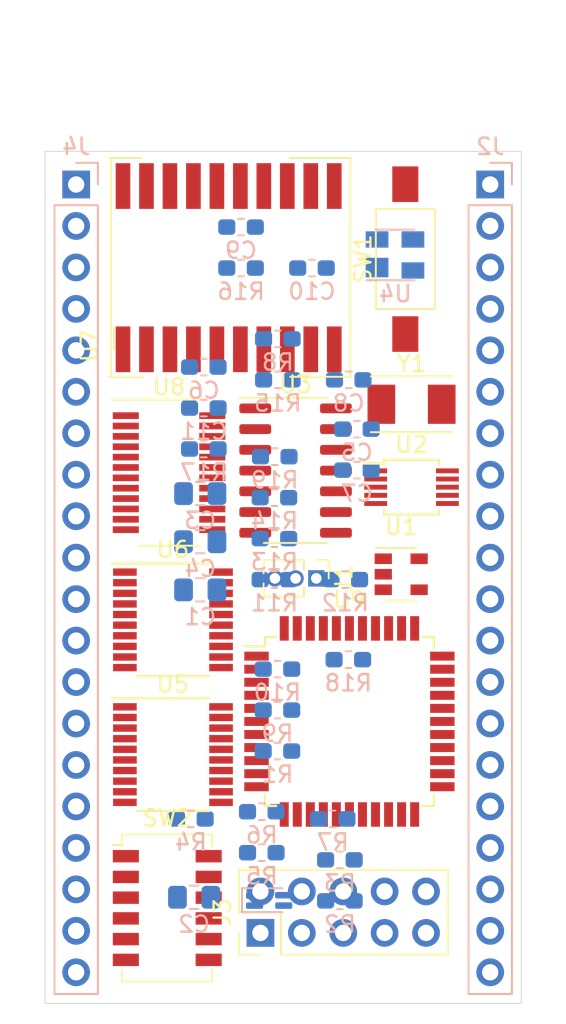
<source format=kicad_pcb>
(kicad_pcb (version 20171130) (host pcbnew "(5.1.2-1)-1")

  (general
    (thickness 1.6)
    (drawings 4)
    (tracks 0)
    (zones 0)
    (modules 47)
    (nets 85)
  )

  (page A4)
  (layers
    (0 F.Cu signal)
    (31 B.Cu signal)
    (32 B.Adhes user)
    (33 F.Adhes user)
    (34 B.Paste user)
    (35 F.Paste user)
    (36 B.SilkS user)
    (37 F.SilkS user)
    (38 B.Mask user)
    (39 F.Mask user)
    (40 Dwgs.User user)
    (41 Cmts.User user)
    (42 Eco1.User user)
    (43 Eco2.User user)
    (44 Edge.Cuts user)
    (45 Margin user)
    (46 B.CrtYd user)
    (47 F.CrtYd user)
    (48 B.Fab user)
    (49 F.Fab user)
  )

  (setup
    (last_trace_width 0.25)
    (trace_clearance 0.2)
    (zone_clearance 0.508)
    (zone_45_only no)
    (trace_min 0.2)
    (via_size 0.8)
    (via_drill 0.4)
    (via_min_size 0.4)
    (via_min_drill 0.3)
    (uvia_size 0.3)
    (uvia_drill 0.1)
    (uvias_allowed no)
    (uvia_min_size 0.2)
    (uvia_min_drill 0.1)
    (edge_width 0.05)
    (segment_width 0.2)
    (pcb_text_width 0.3)
    (pcb_text_size 1.5 1.5)
    (mod_edge_width 0.12)
    (mod_text_size 1 1)
    (mod_text_width 0.15)
    (pad_size 1.524 1.524)
    (pad_drill 0.762)
    (pad_to_mask_clearance 0.051)
    (solder_mask_min_width 0.25)
    (aux_axis_origin 0 0)
    (visible_elements FFFFF77F)
    (pcbplotparams
      (layerselection 0x010fc_ffffffff)
      (usegerberextensions false)
      (usegerberattributes false)
      (usegerberadvancedattributes false)
      (creategerberjobfile false)
      (excludeedgelayer true)
      (linewidth 0.100000)
      (plotframeref false)
      (viasonmask false)
      (mode 1)
      (useauxorigin false)
      (hpglpennumber 1)
      (hpglpenspeed 20)
      (hpglpendiameter 15.000000)
      (psnegative false)
      (psa4output false)
      (plotreference true)
      (plotvalue true)
      (plotinvisibletext false)
      (padsonsilk false)
      (subtractmaskfromsilk false)
      (outputformat 1)
      (mirror false)
      (drillshape 1)
      (scaleselection 1)
      (outputdirectory ""))
  )

  (net 0 "")
  (net 1 GND)
  (net 2 +3V3)
  (net 3 +5V)
  (net 4 /RED)
  (net 5 "Net-(D1-Pad1)")
  (net 6 /GRN)
  (net 7 "Net-(D1-Pad3)")
  (net 8 /RX)
  (net 9 /TX)
  (net 10 /~LED_EN)
  (net 11 /LED)
  (net 12 /CLR)
  (net 13 /OE1)
  (net 14 /A16)
  (net 15 /A15)
  (net 16 /A14)
  (net 17 /A13)
  (net 18 /A12)
  (net 19 /A11)
  (net 20 /A10)
  (net 21 /A8)
  (net 22 /A7)
  (net 23 /A6)
  (net 24 /A5)
  (net 25 /A3)
  (net 26 /A2)
  (net 27 /A1)
  (net 28 /TDI)
  (net 29 /TMS)
  (net 30 /TDO)
  (net 31 /TCK)
  (net 32 /D7)
  (net 33 /D6)
  (net 34 /D5)
  (net 35 /D4)
  (net 36 /D3)
  (net 37 /D2)
  (net 38 /D1)
  (net 39 /D0)
  (net 40 /B26)
  (net 41 /SCL)
  (net 42 /SDA)
  (net 43 "Net-(R4-Pad2)")
  (net 44 "Net-(R6-Pad1)")
  (net 45 /SW2_0)
  (net 46 /SW2_1)
  (net 47 /SW2_2)
  (net 48 /SW2_3)
  (net 49 /SW2_4)
  (net 50 /SW2_5)
  (net 51 /OE2)
  (net 52 "Net-(SW1-Pad2)")
  (net 53 /CLK0)
  (net 54 /CLK1)
  (net 55 /CLK2)
  (net 56 "Net-(U2-Pad3)")
  (net 57 "Net-(U2-Pad2)")
  (net 58 /PA3)
  (net 59 /PA2)
  (net 60 /PA1)
  (net 61 /PB2)
  (net 62 /IRQ)
  (net 63 /PA7)
  (net 64 /PA6)
  (net 65 /PA5)
  (net 66 /PA4)
  (net 67 /CLK_100)
  (net 68 /G)
  (net 69 /F)
  (net 70 /DIG0)
  (net 71 /A)
  (net 72 /B)
  (net 73 /DIG1)
  (net 74 /DP)
  (net 75 /C)
  (net 76 /D)
  (net 77 /E)
  (net 78 /B24)
  (net 79 /B23)
  (net 80 /B22)
  (net 81 /B21)
  (net 82 /B19)
  (net 83 /B18)
  (net 84 /B17)

  (net_class Default "This is the default net class."
    (clearance 0.2)
    (trace_width 0.25)
    (via_dia 0.8)
    (via_drill 0.4)
    (uvia_dia 0.3)
    (uvia_drill 0.1)
    (add_net +3V3)
    (add_net +5V)
    (add_net /5V)
    (add_net /A)
    (add_net /A1)
    (add_net /A10)
    (add_net /A11)
    (add_net /A12)
    (add_net /A13)
    (add_net /A14)
    (add_net /A15)
    (add_net /A16)
    (add_net /A2)
    (add_net /A3)
    (add_net /A5)
    (add_net /A6)
    (add_net /A7)
    (add_net /A8)
    (add_net /B)
    (add_net /B17)
    (add_net /B18)
    (add_net /B19)
    (add_net /B21)
    (add_net /B22)
    (add_net /B23)
    (add_net /B24)
    (add_net /B26)
    (add_net /C)
    (add_net /CLK0)
    (add_net /CLK1)
    (add_net /CLK2)
    (add_net /CLK_1)
    (add_net /CLK_100)
    (add_net /CLK_73728)
    (add_net /CLR)
    (add_net /D)
    (add_net /D0)
    (add_net /D1)
    (add_net /D2)
    (add_net /D3)
    (add_net /D4)
    (add_net /D5)
    (add_net /D6)
    (add_net /D7)
    (add_net /DIG0)
    (add_net /DIG1)
    (add_net /DP)
    (add_net /E)
    (add_net /F)
    (add_net /G)
    (add_net /GRN)
    (add_net /IRQ)
    (add_net /LED)
    (add_net /OE1)
    (add_net /OE2)
    (add_net /PA1)
    (add_net /PA2)
    (add_net /PA3)
    (add_net /PA4)
    (add_net /PA5)
    (add_net /PA6)
    (add_net /PA7)
    (add_net /PB2)
    (add_net /RED)
    (add_net /RX)
    (add_net /SCL)
    (add_net /SDA)
    (add_net /SW2_0)
    (add_net /SW2_1)
    (add_net /SW2_2)
    (add_net /SW2_3)
    (add_net /SW2_4)
    (add_net /SW2_5)
    (add_net /TCK)
    (add_net /TDI)
    (add_net /TDO)
    (add_net /TMS)
    (add_net /TX)
    (add_net /~CLK_EN)
    (add_net /~LED_EN)
    (add_net /~RESET)
    (add_net GND)
    (add_net "Net-(D1-Pad1)")
    (add_net "Net-(D1-Pad3)")
    (add_net "Net-(J2-Pad2)")
    (add_net "Net-(J3-Pad7)")
    (add_net "Net-(J3-Pad8)")
    (add_net "Net-(R4-Pad2)")
    (add_net "Net-(R6-Pad1)")
    (add_net "Net-(SW1-Pad2)")
    (add_net "Net-(U1-Pad4)")
    (add_net "Net-(U2-Pad2)")
    (add_net "Net-(U2-Pad3)")
    (add_net "Net-(U5-Pad11)")
    (add_net "Net-(U5-Pad12)")
    (add_net "Net-(U5-Pad13)")
    (add_net "Net-(U5-Pad7)")
    (add_net "Net-(U5-Pad8)")
    (add_net "Net-(U5-Pad9)")
    (add_net "Net-(U6-Pad1)")
    (add_net "Net-(U6-Pad19)")
    (add_net "Net-(U8-Pad10)")
    (add_net "Net-(U8-Pad11)")
    (add_net "Net-(U8-Pad12)")
    (add_net "Net-(U8-Pad4)")
    (add_net "Net-(U8-Pad5)")
    (add_net "Net-(U8-Pad7)")
    (add_net "Net-(U8-Pad8)")
    (add_net "Net-(U8-Pad9)")
  )

  (module Connector_PinHeader_2.54mm:PinHeader_2x05_P2.54mm_Vertical (layer F.Cu) (tedit 59FED5CC) (tstamp 5D281F46)
    (at 172.847 119.761 90)
    (descr "Through hole straight pin header, 2x05, 2.54mm pitch, double rows")
    (tags "Through hole pin header THT 2x05 2.54mm double row")
    (path /5D1C705F)
    (fp_text reference J3 (at 1.27 -2.33 90) (layer F.SilkS)
      (effects (font (size 1 1) (thickness 0.15)))
    )
    (fp_text value AVR-JTAG-10 (at 1.27 12.49 90) (layer F.Fab)
      (effects (font (size 1 1) (thickness 0.15)))
    )
    (fp_text user %R (at 2.159 5.207) (layer F.Fab)
      (effects (font (size 1 1) (thickness 0.15)))
    )
    (fp_line (start 4.35 -1.8) (end -1.8 -1.8) (layer F.CrtYd) (width 0.05))
    (fp_line (start 4.35 11.95) (end 4.35 -1.8) (layer F.CrtYd) (width 0.05))
    (fp_line (start -1.8 11.95) (end 4.35 11.95) (layer F.CrtYd) (width 0.05))
    (fp_line (start -1.8 -1.8) (end -1.8 11.95) (layer F.CrtYd) (width 0.05))
    (fp_line (start -1.33 -1.33) (end 0 -1.33) (layer F.SilkS) (width 0.12))
    (fp_line (start -1.33 0) (end -1.33 -1.33) (layer F.SilkS) (width 0.12))
    (fp_line (start 1.27 -1.33) (end 3.87 -1.33) (layer F.SilkS) (width 0.12))
    (fp_line (start 1.27 1.27) (end 1.27 -1.33) (layer F.SilkS) (width 0.12))
    (fp_line (start -1.33 1.27) (end 1.27 1.27) (layer F.SilkS) (width 0.12))
    (fp_line (start 3.87 -1.33) (end 3.87 11.49) (layer F.SilkS) (width 0.12))
    (fp_line (start -1.33 1.27) (end -1.33 11.49) (layer F.SilkS) (width 0.12))
    (fp_line (start -1.33 11.49) (end 3.87 11.49) (layer F.SilkS) (width 0.12))
    (fp_line (start -1.27 0) (end 0 -1.27) (layer F.Fab) (width 0.1))
    (fp_line (start -1.27 11.43) (end -1.27 0) (layer F.Fab) (width 0.1))
    (fp_line (start 3.81 11.43) (end -1.27 11.43) (layer F.Fab) (width 0.1))
    (fp_line (start 3.81 -1.27) (end 3.81 11.43) (layer F.Fab) (width 0.1))
    (fp_line (start 0 -1.27) (end 3.81 -1.27) (layer F.Fab) (width 0.1))
    (pad 10 thru_hole oval (at 2.54 10.16 90) (size 1.7 1.7) (drill 1) (layers *.Cu *.Mask)
      (net 1 GND))
    (pad 9 thru_hole oval (at 0 10.16 90) (size 1.7 1.7) (drill 1) (layers *.Cu *.Mask)
      (net 28 /TDI))
    (pad 8 thru_hole oval (at 2.54 7.62 90) (size 1.7 1.7) (drill 1) (layers *.Cu *.Mask))
    (pad 7 thru_hole oval (at 0 7.62 90) (size 1.7 1.7) (drill 1) (layers *.Cu *.Mask))
    (pad 6 thru_hole oval (at 2.54 5.08 90) (size 1.7 1.7) (drill 1) (layers *.Cu *.Mask)
      (net 3 +5V))
    (pad 5 thru_hole oval (at 0 5.08 90) (size 1.7 1.7) (drill 1) (layers *.Cu *.Mask)
      (net 29 /TMS))
    (pad 4 thru_hole oval (at 2.54 2.54 90) (size 1.7 1.7) (drill 1) (layers *.Cu *.Mask)
      (net 3 +5V))
    (pad 3 thru_hole oval (at 0 2.54 90) (size 1.7 1.7) (drill 1) (layers *.Cu *.Mask)
      (net 30 /TDO))
    (pad 2 thru_hole oval (at 2.54 0 90) (size 1.7 1.7) (drill 1) (layers *.Cu *.Mask)
      (net 1 GND))
    (pad 1 thru_hole rect (at 0 0 90) (size 1.7 1.7) (drill 1) (layers *.Cu *.Mask)
      (net 31 /TCK))
    (model ${KISYS3DMOD}/Connector_PinHeader_2.54mm.3dshapes/PinHeader_2x05_P2.54mm_Vertical.wrl
      (at (xyz 0 0 0))
      (scale (xyz 1 1 1))
      (rotate (xyz 0 0 0))
    )
  )

  (module Crystal:Crystal_SMD_TXC_7A-2Pin_5x3.2mm (layer F.Cu) (tedit 5B7C2945) (tstamp 5D282278)
    (at 182.118 87.376)
    (descr "SMD Crystal TXC 7A http://txccrystal.com/images/pdf/7a.pdf")
    (tags "SMD SMT crystal")
    (path /5D255C0B)
    (attr smd)
    (fp_text reference Y1 (at 0 -2.5) (layer F.SilkS)
      (effects (font (size 1 1) (thickness 0.15)))
    )
    (fp_text value "25MHZ 8PF" (at 0 2.7) (layer F.Fab)
      (effects (font (size 1 1) (thickness 0.15)))
    )
    (fp_line (start -2.5 -1.6) (end -2.5 1.6) (layer F.Fab) (width 0.1))
    (fp_line (start -2.5 1.6) (end 2.5 1.6) (layer F.Fab) (width 0.1))
    (fp_line (start 2.5 -1.6) (end 2.5 1.6) (layer F.Fab) (width 0.1))
    (fp_line (start -2.5 -1.6) (end 2.5 -1.6) (layer F.Fab) (width 0.1))
    (fp_line (start -2.5 1.71) (end 2.5 1.71) (layer F.SilkS) (width 0.12))
    (fp_line (start -2.5 -1.71) (end 2.5 -1.71) (layer F.SilkS) (width 0.12))
    (fp_line (start 2.95 1.85) (end -2.95 1.85) (layer F.CrtYd) (width 0.05))
    (fp_line (start 2.95 -1.85) (end 2.95 1.85) (layer F.CrtYd) (width 0.05))
    (fp_line (start -2.95 -1.85) (end -2.95 1.85) (layer F.CrtYd) (width 0.05))
    (fp_line (start -2.95 -1.85) (end 2.95 -1.85) (layer F.CrtYd) (width 0.05))
    (fp_text user %R (at 0 -2.5) (layer F.Fab)
      (effects (font (size 1 1) (thickness 0.15)))
    )
    (pad 2 smd rect (at 1.85 0) (size 1.7 2.4) (layers F.Cu F.Paste F.Mask)
      (net 56 "Net-(U2-Pad3)"))
    (pad 1 smd rect (at -1.85 0) (size 1.7 2.4) (layers F.Cu F.Paste F.Mask)
      (net 57 "Net-(U2-Pad2)"))
    (model ${KISYS3DMOD}/Crystal.3dshapes/Crystal_SMD_TXC_7A-2Pin_5x3.2mm.wrl
      (at (xyz 0 0 0))
      (scale (xyz 1 1 1))
      (rotate (xyz 0 0 0))
    )
  )

  (module Package_QFP:TQFP-44_10x10mm_P0.8mm (layer F.Cu) (tedit 5A02F146) (tstamp 5D282267)
    (at 178.308 106.807)
    (descr "44-Lead Plastic Thin Quad Flatpack (PT) - 10x10x1.0 mm Body [TQFP] (see Microchip Packaging Specification 00000049BS.pdf)")
    (tags "QFP 0.8")
    (path /5D1470E3)
    (attr smd)
    (fp_text reference U9 (at 0 -7.45) (layer F.SilkS)
      (effects (font (size 1 1) (thickness 0.15)))
    )
    (fp_text value "CPLD - EPM7032STC44" (at 0 7.45) (layer F.Fab)
      (effects (font (size 1 1) (thickness 0.15)))
    )
    (fp_line (start -5.175 -4.6) (end -6.45 -4.6) (layer F.SilkS) (width 0.15))
    (fp_line (start 5.175 -5.175) (end 4.5 -5.175) (layer F.SilkS) (width 0.15))
    (fp_line (start 5.175 5.175) (end 4.5 5.175) (layer F.SilkS) (width 0.15))
    (fp_line (start -5.175 5.175) (end -4.5 5.175) (layer F.SilkS) (width 0.15))
    (fp_line (start -5.175 -5.175) (end -4.5 -5.175) (layer F.SilkS) (width 0.15))
    (fp_line (start -5.175 5.175) (end -5.175 4.5) (layer F.SilkS) (width 0.15))
    (fp_line (start 5.175 5.175) (end 5.175 4.5) (layer F.SilkS) (width 0.15))
    (fp_line (start 5.175 -5.175) (end 5.175 -4.5) (layer F.SilkS) (width 0.15))
    (fp_line (start -5.175 -5.175) (end -5.175 -4.6) (layer F.SilkS) (width 0.15))
    (fp_line (start -6.7 6.7) (end 6.7 6.7) (layer F.CrtYd) (width 0.05))
    (fp_line (start -6.7 -6.7) (end 6.7 -6.7) (layer F.CrtYd) (width 0.05))
    (fp_line (start 6.7 -6.7) (end 6.7 6.7) (layer F.CrtYd) (width 0.05))
    (fp_line (start -6.7 -6.7) (end -6.7 6.7) (layer F.CrtYd) (width 0.05))
    (fp_line (start -5 -4) (end -4 -5) (layer F.Fab) (width 0.15))
    (fp_line (start -5 5) (end -5 -4) (layer F.Fab) (width 0.15))
    (fp_line (start 5 5) (end -5 5) (layer F.Fab) (width 0.15))
    (fp_line (start 5 -5) (end 5 5) (layer F.Fab) (width 0.15))
    (fp_line (start -4 -5) (end 5 -5) (layer F.Fab) (width 0.15))
    (fp_text user %R (at 0 0) (layer F.Fab)
      (effects (font (size 1 1) (thickness 0.15)))
    )
    (pad 44 smd rect (at -4 -5.7 90) (size 1.5 0.55) (layers F.Cu F.Paste F.Mask)
      (net 25 /A3))
    (pad 43 smd rect (at -3.2 -5.7 90) (size 1.5 0.55) (layers F.Cu F.Paste F.Mask)
      (net 26 /A2))
    (pad 42 smd rect (at -2.4 -5.7 90) (size 1.5 0.55) (layers F.Cu F.Paste F.Mask)
      (net 27 /A1))
    (pad 41 smd rect (at -1.6 -5.7 90) (size 1.5 0.55) (layers F.Cu F.Paste F.Mask)
      (net 3 +5V))
    (pad 40 smd rect (at -0.8 -5.7 90) (size 1.5 0.55) (layers F.Cu F.Paste F.Mask)
      (net 51 /OE2))
    (pad 39 smd rect (at 0 -5.7 90) (size 1.5 0.55) (layers F.Cu F.Paste F.Mask)
      (net 12 /CLR))
    (pad 38 smd rect (at 0.8 -5.7 90) (size 1.5 0.55) (layers F.Cu F.Paste F.Mask)
      (net 13 /OE1))
    (pad 37 smd rect (at 1.6 -5.7 90) (size 1.5 0.55) (layers F.Cu F.Paste F.Mask)
      (net 67 /CLK_100))
    (pad 36 smd rect (at 2.4 -5.7 90) (size 1.5 0.55) (layers F.Cu F.Paste F.Mask)
      (net 1 GND))
    (pad 35 smd rect (at 3.2 -5.7 90) (size 1.5 0.55) (layers F.Cu F.Paste F.Mask)
      (net 84 /B17))
    (pad 34 smd rect (at 4 -5.7 90) (size 1.5 0.55) (layers F.Cu F.Paste F.Mask)
      (net 83 /B18))
    (pad 33 smd rect (at 5.7 -4) (size 1.5 0.55) (layers F.Cu F.Paste F.Mask)
      (net 82 /B19))
    (pad 32 smd rect (at 5.7 -3.2) (size 1.5 0.55) (layers F.Cu F.Paste F.Mask)
      (net 30 /TDO))
    (pad 31 smd rect (at 5.7 -2.4) (size 1.5 0.55) (layers F.Cu F.Paste F.Mask)
      (net 81 /B21))
    (pad 30 smd rect (at 5.7 -1.6) (size 1.5 0.55) (layers F.Cu F.Paste F.Mask)
      (net 80 /B22))
    (pad 29 smd rect (at 5.7 -0.8) (size 1.5 0.55) (layers F.Cu F.Paste F.Mask)
      (net 3 +5V))
    (pad 28 smd rect (at 5.7 0) (size 1.5 0.55) (layers F.Cu F.Paste F.Mask)
      (net 79 /B23))
    (pad 27 smd rect (at 5.7 0.8) (size 1.5 0.55) (layers F.Cu F.Paste F.Mask)
      (net 78 /B24))
    (pad 26 smd rect (at 5.7 1.6) (size 1.5 0.55) (layers F.Cu F.Paste F.Mask)
      (net 31 /TCK))
    (pad 25 smd rect (at 5.7 2.4) (size 1.5 0.55) (layers F.Cu F.Paste F.Mask)
      (net 40 /B26))
    (pad 24 smd rect (at 5.7 3.2) (size 1.5 0.55) (layers F.Cu F.Paste F.Mask)
      (net 1 GND))
    (pad 23 smd rect (at 5.7 4) (size 1.5 0.55) (layers F.Cu F.Paste F.Mask)
      (net 45 /SW2_0))
    (pad 22 smd rect (at 4 5.7 90) (size 1.5 0.55) (layers F.Cu F.Paste F.Mask)
      (net 46 /SW2_1))
    (pad 21 smd rect (at 3.2 5.7 90) (size 1.5 0.55) (layers F.Cu F.Paste F.Mask)
      (net 47 /SW2_2))
    (pad 20 smd rect (at 2.4 5.7 90) (size 1.5 0.55) (layers F.Cu F.Paste F.Mask)
      (net 48 /SW2_3))
    (pad 19 smd rect (at 1.6 5.7 90) (size 1.5 0.55) (layers F.Cu F.Paste F.Mask)
      (net 49 /SW2_4))
    (pad 18 smd rect (at 0.8 5.7 90) (size 1.5 0.55) (layers F.Cu F.Paste F.Mask)
      (net 50 /SW2_5))
    (pad 17 smd rect (at 0 5.7 90) (size 1.5 0.55) (layers F.Cu F.Paste F.Mask)
      (net 3 +5V))
    (pad 16 smd rect (at -0.8 5.7 90) (size 1.5 0.55) (layers F.Cu F.Paste F.Mask)
      (net 1 GND))
    (pad 15 smd rect (at -1.6 5.7 90) (size 1.5 0.55) (layers F.Cu F.Paste F.Mask)
      (net 14 /A16))
    (pad 14 smd rect (at -2.4 5.7 90) (size 1.5 0.55) (layers F.Cu F.Paste F.Mask)
      (net 15 /A15))
    (pad 13 smd rect (at -3.2 5.7 90) (size 1.5 0.55) (layers F.Cu F.Paste F.Mask)
      (net 16 /A14))
    (pad 12 smd rect (at -4 5.7 90) (size 1.5 0.55) (layers F.Cu F.Paste F.Mask)
      (net 17 /A13))
    (pad 11 smd rect (at -5.7 4) (size 1.5 0.55) (layers F.Cu F.Paste F.Mask)
      (net 18 /A12))
    (pad 10 smd rect (at -5.7 3.2) (size 1.5 0.55) (layers F.Cu F.Paste F.Mask)
      (net 19 /A11))
    (pad 9 smd rect (at -5.7 2.4) (size 1.5 0.55) (layers F.Cu F.Paste F.Mask)
      (net 3 +5V))
    (pad 8 smd rect (at -5.7 1.6) (size 1.5 0.55) (layers F.Cu F.Paste F.Mask)
      (net 20 /A10))
    (pad 7 smd rect (at -5.7 0.8) (size 1.5 0.55) (layers F.Cu F.Paste F.Mask)
      (net 29 /TMS))
    (pad 6 smd rect (at -5.7 0) (size 1.5 0.55) (layers F.Cu F.Paste F.Mask)
      (net 21 /A8))
    (pad 5 smd rect (at -5.7 -0.8) (size 1.5 0.55) (layers F.Cu F.Paste F.Mask)
      (net 22 /A7))
    (pad 4 smd rect (at -5.7 -1.6) (size 1.5 0.55) (layers F.Cu F.Paste F.Mask)
      (net 1 GND))
    (pad 3 smd rect (at -5.7 -2.4) (size 1.5 0.55) (layers F.Cu F.Paste F.Mask)
      (net 23 /A6))
    (pad 2 smd rect (at -5.7 -3.2) (size 1.5 0.55) (layers F.Cu F.Paste F.Mask)
      (net 24 /A5))
    (pad 1 smd rect (at -5.7 -4) (size 1.5 0.55) (layers F.Cu F.Paste F.Mask)
      (net 28 /TDI))
    (model ${KISYS3DMOD}/Package_QFP.3dshapes/TQFP-44_10x10mm_P0.8mm.wrl
      (at (xyz 0 0 0))
      (scale (xyz 1 1 1))
      (rotate (xyz 0 0 0))
    )
  )

  (module Package_SO:QSOP-24_3.9x8.7mm_P0.635mm (layer F.Cu) (tedit 5A0BBDC2) (tstamp 5D282224)
    (at 167.242 91.567)
    (descr "24-Lead Plastic Shrink Small Outline Narrow Body (QR)-.150\" Body [QSOP] (see Microchip Packaging Specification 00000049CH.pdf)")
    (tags "QSOP 0.635")
    (path /5F4897F0)
    (attr smd)
    (fp_text reference U8 (at 0 -5.25) (layer F.SilkS)
      (effects (font (size 1 1) (thickness 0.15)))
    )
    (fp_text value AS1115-BSST (at 0 5.3) (layer F.Fab)
      (effects (font (size 1 1) (thickness 0.15)))
    )
    (fp_line (start -3.525 -4.475) (end 1.8586 -4.475) (layer F.SilkS) (width 0.12))
    (fp_line (start -1.8543 4.475) (end 1.8543 4.475) (layer F.SilkS) (width 0.12))
    (fp_line (start -3.71 4.6) (end 3.7 4.6) (layer F.CrtYd) (width 0.05))
    (fp_line (start -3.71 -4.6) (end 3.7 -4.6) (layer F.CrtYd) (width 0.05))
    (fp_line (start 3.7 -4.6) (end 3.7 4.6) (layer F.CrtYd) (width 0.05))
    (fp_line (start -3.71 -4.6) (end -3.71 4.6) (layer F.CrtYd) (width 0.05))
    (fp_line (start -1.95 -3.35) (end -0.95 -4.35) (layer F.Fab) (width 0.1))
    (fp_line (start -1.95 4.35) (end -1.95 -3.35) (layer F.Fab) (width 0.1))
    (fp_line (start 1.95 4.35) (end -1.95 4.35) (layer F.Fab) (width 0.1))
    (fp_line (start 1.95 -4.35) (end 1.95 4.35) (layer F.Fab) (width 0.1))
    (fp_line (start -0.95 -4.35) (end 1.95 -4.35) (layer F.Fab) (width 0.1))
    (fp_text user %R (at 0 0) (layer F.Fab)
      (effects (font (size 0.8 0.8) (thickness 0.08)))
    )
    (pad 24 smd rect (at 2.6543 -3.4925) (size 1.6 0.41) (layers F.Cu F.Paste F.Mask)
      (net 62 /IRQ))
    (pad 23 smd rect (at 2.6543 -2.8575) (size 1.6 0.41) (layers F.Cu F.Paste F.Mask)
      (net 76 /D))
    (pad 22 smd rect (at 2.6543 -2.2225) (size 1.6 0.41) (layers F.Cu F.Paste F.Mask)
      (net 74 /DP))
    (pad 21 smd rect (at 2.6543 -1.5875) (size 1.6 0.41) (layers F.Cu F.Paste F.Mask)
      (net 77 /E))
    (pad 16 smd rect (at 2.6543 1.5875) (size 1.6 0.41) (layers F.Cu F.Paste F.Mask)
      (net 69 /F))
    (pad 15 smd rect (at 2.6543 2.2225) (size 1.6 0.41) (layers F.Cu F.Paste F.Mask)
      (net 71 /A))
    (pad 14 smd rect (at 2.6543 2.8575) (size 1.6 0.41) (layers F.Cu F.Paste F.Mask)
      (net 41 /SCL))
    (pad 13 smd rect (at 2.6543 3.4925) (size 1.6 0.41) (layers F.Cu F.Paste F.Mask)
      (net 43 "Net-(R4-Pad2)"))
    (pad 12 smd rect (at -2.6543 3.4925) (size 1.6 0.41) (layers F.Cu F.Paste F.Mask))
    (pad 11 smd rect (at -2.6543 2.8575) (size 1.6 0.41) (layers F.Cu F.Paste F.Mask))
    (pad 10 smd rect (at -2.6543 2.2225) (size 1.6 0.41) (layers F.Cu F.Paste F.Mask))
    (pad 9 smd rect (at -2.6543 1.5875) (size 1.6 0.41) (layers F.Cu F.Paste F.Mask))
    (pad 4 smd rect (at -2.6543 -1.5875) (size 1.6 0.41) (layers F.Cu F.Paste F.Mask))
    (pad 3 smd rect (at -2.6543 -2.2225) (size 1.6 0.41) (layers F.Cu F.Paste F.Mask)
      (net 73 /DIG1))
    (pad 2 smd rect (at -2.6543 -2.8575) (size 1.6 0.41) (layers F.Cu F.Paste F.Mask)
      (net 70 /DIG0))
    (pad 1 smd rect (at -2.6543 -3.4925) (size 1.6 0.41) (layers F.Cu F.Paste F.Mask)
      (net 42 /SDA))
    (pad 5 smd rect (at -2.6543 -0.9525) (size 1.6 0.41) (layers F.Cu F.Paste F.Mask))
    (pad 6 smd rect (at -2.6543 -0.3175) (size 1.6 0.41) (layers F.Cu F.Paste F.Mask)
      (net 1 GND))
    (pad 19 smd rect (at 2.6543 -0.3175) (size 1.6 0.41) (layers F.Cu F.Paste F.Mask)
      (net 2 +3V3))
    (pad 20 smd rect (at 2.6543 -0.9525) (size 1.6 0.41) (layers F.Cu F.Paste F.Mask)
      (net 75 /C))
    (pad 7 smd rect (at -2.6543 0.3175) (size 1.6 0.41) (layers F.Cu F.Paste F.Mask))
    (pad 8 smd rect (at -2.6543 0.9525) (size 1.6 0.41) (layers F.Cu F.Paste F.Mask))
    (pad 18 smd rect (at 2.6543 0.3175) (size 1.6 0.41) (layers F.Cu F.Paste F.Mask)
      (net 68 /G))
    (pad 17 smd rect (at 2.6543 0.9525) (size 1.6 0.41) (layers F.Cu F.Paste F.Mask)
      (net 72 /B))
    (model ${KISYS3DMOD}/Package_SO.3dshapes/QSOP-24_3.9x8.7mm_P0.635mm.wrl
      (at (xyz 0 0 0))
      (scale (xyz 1 1 1))
      (rotate (xyz 0 0 0))
    )
  )

  (module Display:ACDA02-41SGWA-F01 (layer F.Cu) (tedit 5D22AA48) (tstamp 5D2821FC)
    (at 170.267 78.994 90)
    (descr "2 Digit 7 segment red LED, upper and lower decimal, common anode")
    (tags "2 Digit 7 segment red LED")
    (path /5F4897F6)
    (attr smd)
    (fp_text reference U7 (at -4.8 -7.9 90) (layer F.SilkS)
      (effects (font (size 1 1) (thickness 0.15)))
    )
    (fp_text value ACDA02-41SGWA-F01 (at 7.9 -8 90) (layer F.Fab)
      (effects (font (size 1 1) (thickness 0.15)))
    )
    (fp_line (start 6.7 -6.7) (end 6.7 8.12) (layer F.Fab) (width 0.1))
    (fp_line (start 6.7 8.1) (end -6.724 8.1) (layer F.Fab) (width 0.1))
    (fp_line (start -6.7 -6.6) (end -6.7 8.1) (layer F.Fab) (width 0.1))
    (fp_line (start 6.68 -6.633) (end -6.6 -6.633) (layer F.Fab) (width 0.1))
    (fp_line (start -6.7 -6.6) (end 6.7 -6.6) (layer F.SilkS) (width 0.12))
    (fp_line (start 6.7 8.1) (end -6.7 8.1) (layer F.SilkS) (width 0.12))
    (fp_line (start -6.7 -6.7) (end 6.7 -6.7) (layer F.CrtYd) (width 0.05))
    (fp_line (start 6.7 8.1) (end -6.7 8.1) (layer F.CrtYd) (width 0.05))
    (fp_text user %R (at 0.6 0 90) (layer F.Fab)
      (effects (font (size 1 1) (thickness 0.15)))
    )
    (fp_line (start 6.7 -6.7) (end 6.7 -4.7) (layer F.SilkS) (width 0.12))
    (fp_line (start 6.7 4.38) (end 6.7 8.12) (layer F.SilkS) (width 0.12))
    (fp_line (start -6.7 4.41) (end -6.7 8.1) (layer F.SilkS) (width 0.12))
    (fp_line (start -6.7 -4.584) (end -6.7 -6.7) (layer F.SilkS) (width 0.12))
    (fp_line (start -5 -6.4) (end -3.7 -6.4) (layer F.SilkS) (width 0.12))
    (pad 20 smd rect (at 4.985 -5.85) (size 0.9 2.8) (layers F.Cu F.Paste F.Mask)
      (net 68 /G))
    (pad 19 smd rect (at 4.985 -4.41) (size 0.9 2.8) (layers F.Cu F.Paste F.Mask)
      (net 69 /F))
    (pad 18 smd rect (at 4.985 -2.97) (size 0.9 2.8) (layers F.Cu F.Paste F.Mask)
      (net 70 /DIG0))
    (pad 17 smd rect (at 4.985 -1.53) (size 0.9 2.8) (layers F.Cu F.Paste F.Mask)
      (net 71 /A))
    (pad 16 smd rect (at 4.985 -0.09) (size 0.9 2.8) (layers F.Cu F.Paste F.Mask)
      (net 72 /B))
    (pad 15 smd rect (at 4.985 1.35) (size 0.9 2.8) (layers F.Cu F.Paste F.Mask)
      (net 68 /G))
    (pad 14 smd rect (at 4.985 2.79) (size 0.9 2.8) (layers F.Cu F.Paste F.Mask)
      (net 69 /F))
    (pad 13 smd rect (at 4.985 4.23) (size 0.9 2.8) (layers F.Cu F.Paste F.Mask)
      (net 73 /DIG1))
    (pad 12 smd rect (at 4.985 5.67) (size 0.9 2.8) (layers F.Cu F.Paste F.Mask)
      (net 71 /A))
    (pad 11 smd rect (at 4.985 7.11) (size 0.9 2.8) (layers F.Cu F.Paste F.Mask)
      (net 72 /B))
    (pad 10 smd rect (at -5.015 7.11) (size 0.9 2.8) (layers F.Cu F.Paste F.Mask)
      (net 74 /DP))
    (pad 9 smd rect (at -5.015 5.67) (size 0.9 2.8) (layers F.Cu F.Paste F.Mask)
      (net 75 /C))
    (pad 8 smd rect (at -5.015 4.23) (size 0.9 2.8) (layers F.Cu F.Paste F.Mask)
      (net 73 /DIG1))
    (pad 7 smd rect (at -5.015 2.79) (size 0.9 2.8) (layers F.Cu F.Paste F.Mask)
      (net 76 /D))
    (pad 6 smd rect (at -5.015 1.35) (size 0.9 2.8) (layers F.Cu F.Paste F.Mask)
      (net 77 /E))
    (pad 5 smd rect (at -5.015 -0.09) (size 0.9 2.8) (layers F.Cu F.Paste F.Mask)
      (net 74 /DP))
    (pad 4 smd rect (at -5.015 -1.53) (size 0.9 2.8) (layers F.Cu F.Paste F.Mask)
      (net 75 /C))
    (pad 3 smd rect (at -5.015 -2.97) (size 0.9 2.8) (layers F.Cu F.Paste F.Mask)
      (net 70 /DIG0))
    (pad 2 smd rect (at -5.015 -4.41) (size 0.9 2.8) (layers F.Cu F.Paste F.Mask)
      (net 76 /D))
    (pad 1 smd rect (at -5.015 -5.85) (size 0.9 2.8) (layers F.Cu F.Paste F.Mask)
      (net 77 /E))
    (model ${KISYS3DMOD}/Display_7Segment.3dshapes/7SEGMENT-LED__HDSM531_HDSM533_SMD.step
      (offset (xyz 0 3.048 0))
      (scale (xyz 0.6 0.57 1))
      (rotate (xyz 0 0 0))
    )
    (model ${KISYS3DMOD}/Display_7Segment.3dshapes/7SEGMENT-LED__HDSM531_HDSM533_SMD.step
      (offset (xyz 0 -4.191 0))
      (scale (xyz 0.6 0.57 1))
      (rotate (xyz 0 0 0))
    )
  )

  (module Package_SO:TSSOP-20_4.4x6.5mm_P0.65mm (layer F.Cu) (tedit 5A02F25C) (tstamp 5D2821D6)
    (at 167.482 100.584)
    (descr "20-Lead Plastic Thin Shrink Small Outline (ST)-4.4 mm Body [TSSOP] (see Microchip Packaging Specification 00000049BS.pdf)")
    (tags "SSOP 0.65")
    (path /5DCBDA72)
    (attr smd)
    (fp_text reference U6 (at 0 -4.3) (layer F.SilkS)
      (effects (font (size 1 1) (thickness 0.15)))
    )
    (fp_text value 74HCT541 (at 0 4.3) (layer F.Fab)
      (effects (font (size 1 1) (thickness 0.15)))
    )
    (fp_text user %R (at -2.400001 0) (layer F.Fab)
      (effects (font (size 0.8 0.8) (thickness 0.15)))
    )
    (fp_line (start -3.75 -3.45) (end 2.225 -3.45) (layer F.SilkS) (width 0.15))
    (fp_line (start -2.225 3.45) (end 2.225 3.45) (layer F.SilkS) (width 0.15))
    (fp_line (start -3.95 3.55) (end 3.95 3.55) (layer F.CrtYd) (width 0.05))
    (fp_line (start -3.95 -3.55) (end 3.95 -3.55) (layer F.CrtYd) (width 0.05))
    (fp_line (start 3.95 -3.55) (end 3.95 3.55) (layer F.CrtYd) (width 0.05))
    (fp_line (start -3.95 -3.55) (end -3.95 3.55) (layer F.CrtYd) (width 0.05))
    (fp_line (start -2.2 -2.25) (end -1.2 -3.25) (layer F.Fab) (width 0.15))
    (fp_line (start -2.2 3.25) (end -2.2 -2.25) (layer F.Fab) (width 0.15))
    (fp_line (start 2.2 3.25) (end -2.2 3.25) (layer F.Fab) (width 0.15))
    (fp_line (start 2.2 -3.25) (end 2.2 3.25) (layer F.Fab) (width 0.15))
    (fp_line (start -1.2 -3.25) (end 2.2 -3.25) (layer F.Fab) (width 0.15))
    (pad 20 smd rect (at 2.95 -2.925) (size 1.45 0.45) (layers F.Cu F.Paste F.Mask)
      (net 2 +3V3))
    (pad 19 smd rect (at 2.95 -2.275) (size 1.45 0.45) (layers F.Cu F.Paste F.Mask))
    (pad 18 smd rect (at 2.95 -1.625) (size 1.45 0.45) (layers F.Cu F.Paste F.Mask)
      (net 60 /PA1))
    (pad 17 smd rect (at 2.95 -0.975) (size 1.45 0.45) (layers F.Cu F.Paste F.Mask)
      (net 59 /PA2))
    (pad 16 smd rect (at 2.95 -0.325) (size 1.45 0.45) (layers F.Cu F.Paste F.Mask)
      (net 58 /PA3))
    (pad 15 smd rect (at 2.95 0.325) (size 1.45 0.45) (layers F.Cu F.Paste F.Mask)
      (net 66 /PA4))
    (pad 14 smd rect (at 2.95 0.975) (size 1.45 0.45) (layers F.Cu F.Paste F.Mask)
      (net 65 /PA5))
    (pad 13 smd rect (at 2.95 1.625) (size 1.45 0.45) (layers F.Cu F.Paste F.Mask)
      (net 64 /PA6))
    (pad 12 smd rect (at 2.95 2.275) (size 1.45 0.45) (layers F.Cu F.Paste F.Mask)
      (net 63 /PA7))
    (pad 11 smd rect (at 2.95 2.925) (size 1.45 0.45) (layers F.Cu F.Paste F.Mask)
      (net 61 /PB2))
    (pad 10 smd rect (at -2.95 2.925) (size 1.45 0.45) (layers F.Cu F.Paste F.Mask)
      (net 1 GND))
    (pad 9 smd rect (at -2.95 2.275) (size 1.45 0.45) (layers F.Cu F.Paste F.Mask)
      (net 32 /D7))
    (pad 8 smd rect (at -2.95 1.625) (size 1.45 0.45) (layers F.Cu F.Paste F.Mask)
      (net 33 /D6))
    (pad 7 smd rect (at -2.95 0.975) (size 1.45 0.45) (layers F.Cu F.Paste F.Mask)
      (net 34 /D5))
    (pad 6 smd rect (at -2.95 0.325) (size 1.45 0.45) (layers F.Cu F.Paste F.Mask)
      (net 35 /D4))
    (pad 5 smd rect (at -2.95 -0.325) (size 1.45 0.45) (layers F.Cu F.Paste F.Mask)
      (net 36 /D3))
    (pad 4 smd rect (at -2.95 -0.975) (size 1.45 0.45) (layers F.Cu F.Paste F.Mask)
      (net 37 /D2))
    (pad 3 smd rect (at -2.95 -1.625) (size 1.45 0.45) (layers F.Cu F.Paste F.Mask)
      (net 38 /D1))
    (pad 2 smd rect (at -2.95 -2.275) (size 1.45 0.45) (layers F.Cu F.Paste F.Mask)
      (net 39 /D0))
    (pad 1 smd rect (at -2.95 -2.925) (size 1.45 0.45) (layers F.Cu F.Paste F.Mask))
    (model ${KISYS3DMOD}/Package_SO.3dshapes/TSSOP-20_4.4x6.5mm_P0.65mm.wrl
      (at (xyz 0 0 0))
      (scale (xyz 1 1 1))
      (rotate (xyz 0 0 0))
    )
  )

  (module Package_SO:TSSOP-20_4.4x6.5mm_P0.65mm (layer F.Cu) (tedit 5A02F25C) (tstamp 5D2821B2)
    (at 167.482 108.839)
    (descr "20-Lead Plastic Thin Shrink Small Outline (ST)-4.4 mm Body [TSSOP] (see Microchip Packaging Specification 00000049BS.pdf)")
    (tags "SSOP 0.65")
    (path /5D4E44C7)
    (attr smd)
    (fp_text reference U5 (at 0 -4.3) (layer F.SilkS)
      (effects (font (size 1 1) (thickness 0.15)))
    )
    (fp_text value 74HCT240 (at 0 4.3) (layer F.Fab)
      (effects (font (size 1 1) (thickness 0.15)))
    )
    (fp_text user %R (at 0 0) (layer F.Fab)
      (effects (font (size 0.8 0.8) (thickness 0.15)))
    )
    (fp_line (start -3.75 -3.45) (end 2.225 -3.45) (layer F.SilkS) (width 0.15))
    (fp_line (start -2.225 3.45) (end 2.225 3.45) (layer F.SilkS) (width 0.15))
    (fp_line (start -3.95 3.55) (end 3.95 3.55) (layer F.CrtYd) (width 0.05))
    (fp_line (start -3.95 -3.55) (end 3.95 -3.55) (layer F.CrtYd) (width 0.05))
    (fp_line (start 3.95 -3.55) (end 3.95 3.55) (layer F.CrtYd) (width 0.05))
    (fp_line (start -3.95 -3.55) (end -3.95 3.55) (layer F.CrtYd) (width 0.05))
    (fp_line (start -2.2 -2.25) (end -1.2 -3.25) (layer F.Fab) (width 0.15))
    (fp_line (start -2.2 3.25) (end -2.2 -2.25) (layer F.Fab) (width 0.15))
    (fp_line (start 2.2 3.25) (end -2.2 3.25) (layer F.Fab) (width 0.15))
    (fp_line (start 2.2 -3.25) (end 2.2 3.25) (layer F.Fab) (width 0.15))
    (fp_line (start -1.2 -3.25) (end 2.2 -3.25) (layer F.Fab) (width 0.15))
    (pad 20 smd rect (at 2.95 -2.925) (size 1.45 0.45) (layers F.Cu F.Paste F.Mask)
      (net 3 +5V))
    (pad 19 smd rect (at 2.95 -2.275) (size 1.45 0.45) (layers F.Cu F.Paste F.Mask)
      (net 10 /~LED_EN))
    (pad 18 smd rect (at 2.95 -1.625) (size 1.45 0.45) (layers F.Cu F.Paste F.Mask)
      (net 67 /CLK_100))
    (pad 17 smd rect (at 2.95 -0.975) (size 1.45 0.45) (layers F.Cu F.Paste F.Mask)
      (net 11 /LED))
    (pad 16 smd rect (at 2.95 -0.325) (size 1.45 0.45) (layers F.Cu F.Paste F.Mask))
    (pad 15 smd rect (at 2.95 0.325) (size 1.45 0.45) (layers F.Cu F.Paste F.Mask)
      (net 4 /RED))
    (pad 14 smd rect (at 2.95 0.975) (size 1.45 0.45) (layers F.Cu F.Paste F.Mask))
    (pad 13 smd rect (at 2.95 1.625) (size 1.45 0.45) (layers F.Cu F.Paste F.Mask))
    (pad 12 smd rect (at 2.95 2.275) (size 1.45 0.45) (layers F.Cu F.Paste F.Mask))
    (pad 11 smd rect (at 2.95 2.925) (size 1.45 0.45) (layers F.Cu F.Paste F.Mask))
    (pad 10 smd rect (at -2.95 2.925) (size 1.45 0.45) (layers F.Cu F.Paste F.Mask)
      (net 1 GND))
    (pad 9 smd rect (at -2.95 2.275) (size 1.45 0.45) (layers F.Cu F.Paste F.Mask))
    (pad 8 smd rect (at -2.95 1.625) (size 1.45 0.45) (layers F.Cu F.Paste F.Mask))
    (pad 7 smd rect (at -2.95 0.975) (size 1.45 0.45) (layers F.Cu F.Paste F.Mask))
    (pad 6 smd rect (at -2.95 0.325) (size 1.45 0.45) (layers F.Cu F.Paste F.Mask)
      (net 55 /CLK2))
    (pad 5 smd rect (at -2.95 -0.325) (size 1.45 0.45) (layers F.Cu F.Paste F.Mask)
      (net 6 /GRN))
    (pad 4 smd rect (at -2.95 -0.975) (size 1.45 0.45) (layers F.Cu F.Paste F.Mask)
      (net 54 /CLK1))
    (pad 3 smd rect (at -2.95 -1.625) (size 1.45 0.45) (layers F.Cu F.Paste F.Mask)
      (net 4 /RED))
    (pad 2 smd rect (at -2.95 -2.275) (size 1.45 0.45) (layers F.Cu F.Paste F.Mask)
      (net 53 /CLK0))
    (pad 1 smd rect (at -2.95 -2.925) (size 1.45 0.45) (layers F.Cu F.Paste F.Mask))
    (model ${KISYS3DMOD}/Package_SO.3dshapes/TSSOP-20_4.4x6.5mm_P0.65mm.wrl
      (at (xyz 0 0 0))
      (scale (xyz 1 1 1))
      (rotate (xyz 0 0 0))
    )
  )

  (module Package_TO_SOT_SMD:SOT-143 (layer B.Cu) (tedit 5A02FF57) (tstamp 5D28218E)
    (at 181.102 78.232)
    (descr SOT-143)
    (tags SOT-143)
    (path /5E42170A)
    (attr smd)
    (fp_text reference U4 (at 0.02 2.38) (layer B.SilkS)
      (effects (font (size 1 1) (thickness 0.15)) (justify mirror))
    )
    (fp_text value MIC811LUY (at -0.28 -2.48) (layer B.Fab)
      (effects (font (size 1 1) (thickness 0.15)) (justify mirror))
    )
    (fp_line (start -2.05 -1.75) (end -2.05 1.75) (layer B.CrtYd) (width 0.05))
    (fp_line (start -2.05 -1.75) (end 2.05 -1.75) (layer B.CrtYd) (width 0.05))
    (fp_line (start 2.05 1.75) (end -2.05 1.75) (layer B.CrtYd) (width 0.05))
    (fp_line (start 2.05 1.75) (end 2.05 -1.75) (layer B.CrtYd) (width 0.05))
    (fp_line (start 1.2 1.5) (end 1.2 -1.5) (layer B.Fab) (width 0.1))
    (fp_line (start 1.2 -1.5) (end -1.2 -1.5) (layer B.Fab) (width 0.1))
    (fp_line (start -1.2 -1.5) (end -1.2 1) (layer B.Fab) (width 0.1))
    (fp_line (start -0.7 1.5) (end 1.2 1.5) (layer B.Fab) (width 0.1))
    (fp_line (start -1.2 1) (end -0.7 1.5) (layer B.Fab) (width 0.1))
    (fp_line (start 1.2 1.55) (end -1.75 1.55) (layer B.SilkS) (width 0.12))
    (fp_line (start -1.2 -1.55) (end 1.2 -1.55) (layer B.SilkS) (width 0.12))
    (fp_text user %R (at 0 0 -90) (layer B.Fab)
      (effects (font (size 0.5 0.5) (thickness 0.075)) (justify mirror))
    )
    (pad 4 smd rect (at 1.1 0.95 90) (size 1 1.4) (layers B.Cu B.Paste B.Mask)
      (net 3 +5V))
    (pad 3 smd rect (at 1.1 -0.95 90) (size 1 1.4) (layers B.Cu B.Paste B.Mask)
      (net 52 "Net-(SW1-Pad2)"))
    (pad 2 smd rect (at -1.1 -0.95 90) (size 1 1.4) (layers B.Cu B.Paste B.Mask))
    (pad 1 smd rect (at -1.1 0.77 90) (size 1.2 1.4) (layers B.Cu B.Paste B.Mask)
      (net 1 GND))
    (model ${KISYS3DMOD}/Package_TO_SOT_SMD.3dshapes/SOT-143.wrl
      (at (xyz 0 0 0))
      (scale (xyz 1 1 1))
      (rotate (xyz 0 0 0))
    )
  )

  (module Package_SO:SOIC-14_3.9x8.7mm_P1.27mm (layer F.Cu) (tedit 5C97300E) (tstamp 5D28217A)
    (at 175.006 91.44)
    (descr "SOIC, 14 Pin (JEDEC MS-012AB, https://www.analog.com/media/en/package-pcb-resources/package/pkg_pdf/soic_narrow-r/r_14.pdf), generated with kicad-footprint-generator ipc_gullwing_generator.py")
    (tags "SOIC SO")
    (path /5D018E69)
    (attr smd)
    (fp_text reference U3 (at 0 -5.28) (layer F.SilkS)
      (effects (font (size 1 1) (thickness 0.15)))
    )
    (fp_text value ATtiny1614-SS (at 0 5.28) (layer F.Fab)
      (effects (font (size 1 1) (thickness 0.15)))
    )
    (fp_text user %R (at 0 0) (layer F.Fab)
      (effects (font (size 0.98 0.98) (thickness 0.15)))
    )
    (fp_line (start 3.7 -4.58) (end -3.7 -4.58) (layer F.CrtYd) (width 0.05))
    (fp_line (start 3.7 4.58) (end 3.7 -4.58) (layer F.CrtYd) (width 0.05))
    (fp_line (start -3.7 4.58) (end 3.7 4.58) (layer F.CrtYd) (width 0.05))
    (fp_line (start -3.7 -4.58) (end -3.7 4.58) (layer F.CrtYd) (width 0.05))
    (fp_line (start -1.95 -3.35) (end -0.975 -4.325) (layer F.Fab) (width 0.1))
    (fp_line (start -1.95 4.325) (end -1.95 -3.35) (layer F.Fab) (width 0.1))
    (fp_line (start 1.95 4.325) (end -1.95 4.325) (layer F.Fab) (width 0.1))
    (fp_line (start 1.95 -4.325) (end 1.95 4.325) (layer F.Fab) (width 0.1))
    (fp_line (start -0.975 -4.325) (end 1.95 -4.325) (layer F.Fab) (width 0.1))
    (fp_line (start 0 -4.435) (end -3.45 -4.435) (layer F.SilkS) (width 0.12))
    (fp_line (start 0 -4.435) (end 1.95 -4.435) (layer F.SilkS) (width 0.12))
    (fp_line (start 0 4.435) (end -1.95 4.435) (layer F.SilkS) (width 0.12))
    (fp_line (start 0 4.435) (end 1.95 4.435) (layer F.SilkS) (width 0.12))
    (pad 14 smd roundrect (at 2.475 -3.81) (size 1.95 0.6) (layers F.Cu F.Paste F.Mask) (roundrect_rratio 0.25)
      (net 1 GND))
    (pad 13 smd roundrect (at 2.475 -2.54) (size 1.95 0.6) (layers F.Cu F.Paste F.Mask) (roundrect_rratio 0.25)
      (net 58 /PA3))
    (pad 12 smd roundrect (at 2.475 -1.27) (size 1.95 0.6) (layers F.Cu F.Paste F.Mask) (roundrect_rratio 0.25)
      (net 59 /PA2))
    (pad 11 smd roundrect (at 2.475 0) (size 1.95 0.6) (layers F.Cu F.Paste F.Mask) (roundrect_rratio 0.25)
      (net 60 /PA1))
    (pad 10 smd roundrect (at 2.475 1.27) (size 1.95 0.6) (layers F.Cu F.Paste F.Mask) (roundrect_rratio 0.25)
      (net 8 /RX))
    (pad 9 smd roundrect (at 2.475 2.54) (size 1.95 0.6) (layers F.Cu F.Paste F.Mask) (roundrect_rratio 0.25)
      (net 41 /SCL))
    (pad 8 smd roundrect (at 2.475 3.81) (size 1.95 0.6) (layers F.Cu F.Paste F.Mask) (roundrect_rratio 0.25)
      (net 42 /SDA))
    (pad 7 smd roundrect (at -2.475 3.81) (size 1.95 0.6) (layers F.Cu F.Paste F.Mask) (roundrect_rratio 0.25)
      (net 61 /PB2))
    (pad 6 smd roundrect (at -2.475 2.54) (size 1.95 0.6) (layers F.Cu F.Paste F.Mask) (roundrect_rratio 0.25)
      (net 62 /IRQ))
    (pad 5 smd roundrect (at -2.475 1.27) (size 1.95 0.6) (layers F.Cu F.Paste F.Mask) (roundrect_rratio 0.25)
      (net 63 /PA7))
    (pad 4 smd roundrect (at -2.475 0) (size 1.95 0.6) (layers F.Cu F.Paste F.Mask) (roundrect_rratio 0.25)
      (net 64 /PA6))
    (pad 3 smd roundrect (at -2.475 -1.27) (size 1.95 0.6) (layers F.Cu F.Paste F.Mask) (roundrect_rratio 0.25)
      (net 65 /PA5))
    (pad 2 smd roundrect (at -2.475 -2.54) (size 1.95 0.6) (layers F.Cu F.Paste F.Mask) (roundrect_rratio 0.25)
      (net 66 /PA4))
    (pad 1 smd roundrect (at -2.475 -3.81) (size 1.95 0.6) (layers F.Cu F.Paste F.Mask) (roundrect_rratio 0.25)
      (net 2 +3V3))
    (model ${KISYS3DMOD}/Package_SO.3dshapes/SOIC-14_3.9x8.7mm_P1.27mm.wrl
      (at (xyz 0 0 0))
      (scale (xyz 1 1 1))
      (rotate (xyz 0 0 0))
    )
  )

  (module Package_SO:MSOP-10_3x3mm_P0.5mm (layer F.Cu) (tedit 5A02F25C) (tstamp 5D283EC0)
    (at 182.118 92.456)
    (descr "10-Lead Plastic Micro Small Outline Package (MS) [MSOP] (see Microchip Packaging Specification 00000049BS.pdf)")
    (tags "SSOP 0.5")
    (path /5D255C0A)
    (attr smd)
    (fp_text reference U2 (at 0 -2.6) (layer F.SilkS)
      (effects (font (size 1 1) (thickness 0.15)))
    )
    (fp_text value Si5351A-B-GT (at 0 2.6) (layer F.Fab)
      (effects (font (size 1 1) (thickness 0.15)))
    )
    (fp_text user %R (at 0.224999 0.112999) (layer F.Fab)
      (effects (font (size 0.6 0.6) (thickness 0.15)))
    )
    (fp_line (start -1.675 -1.45) (end -2.9 -1.45) (layer F.SilkS) (width 0.15))
    (fp_line (start -1.675 1.675) (end 1.675 1.675) (layer F.SilkS) (width 0.15))
    (fp_line (start -1.675 -1.675) (end 1.675 -1.675) (layer F.SilkS) (width 0.15))
    (fp_line (start -1.675 1.675) (end -1.675 1.375) (layer F.SilkS) (width 0.15))
    (fp_line (start 1.675 1.675) (end 1.675 1.375) (layer F.SilkS) (width 0.15))
    (fp_line (start 1.675 -1.675) (end 1.675 -1.375) (layer F.SilkS) (width 0.15))
    (fp_line (start -1.675 -1.675) (end -1.675 -1.45) (layer F.SilkS) (width 0.15))
    (fp_line (start -3.15 1.85) (end 3.15 1.85) (layer F.CrtYd) (width 0.05))
    (fp_line (start -3.15 -1.85) (end 3.15 -1.85) (layer F.CrtYd) (width 0.05))
    (fp_line (start 3.15 -1.85) (end 3.15 1.85) (layer F.CrtYd) (width 0.05))
    (fp_line (start -3.15 -1.85) (end -3.15 1.85) (layer F.CrtYd) (width 0.05))
    (fp_line (start -1.5 -0.5) (end -0.5 -1.5) (layer F.Fab) (width 0.15))
    (fp_line (start -1.5 1.5) (end -1.5 -0.5) (layer F.Fab) (width 0.15))
    (fp_line (start 1.5 1.5) (end -1.5 1.5) (layer F.Fab) (width 0.15))
    (fp_line (start 1.5 -1.5) (end 1.5 1.5) (layer F.Fab) (width 0.15))
    (fp_line (start -0.5 -1.5) (end 1.5 -1.5) (layer F.Fab) (width 0.15))
    (pad 10 smd rect (at 2.2 -1) (size 1.4 0.3) (layers F.Cu F.Paste F.Mask)
      (net 53 /CLK0))
    (pad 9 smd rect (at 2.2 -0.5) (size 1.4 0.3) (layers F.Cu F.Paste F.Mask)
      (net 54 /CLK1))
    (pad 8 smd rect (at 2.2 0) (size 1.4 0.3) (layers F.Cu F.Paste F.Mask)
      (net 1 GND))
    (pad 7 smd rect (at 2.2 0.5) (size 1.4 0.3) (layers F.Cu F.Paste F.Mask)
      (net 2 +3V3))
    (pad 6 smd rect (at 2.2 1) (size 1.4 0.3) (layers F.Cu F.Paste F.Mask)
      (net 55 /CLK2))
    (pad 5 smd rect (at -2.2 1) (size 1.4 0.3) (layers F.Cu F.Paste F.Mask)
      (net 42 /SDA))
    (pad 4 smd rect (at -2.2 0.5) (size 1.4 0.3) (layers F.Cu F.Paste F.Mask)
      (net 41 /SCL))
    (pad 3 smd rect (at -2.2 0) (size 1.4 0.3) (layers F.Cu F.Paste F.Mask)
      (net 56 "Net-(U2-Pad3)"))
    (pad 2 smd rect (at -2.2 -0.5) (size 1.4 0.3) (layers F.Cu F.Paste F.Mask)
      (net 57 "Net-(U2-Pad2)"))
    (pad 1 smd rect (at -2.2 -1) (size 1.4 0.3) (layers F.Cu F.Paste F.Mask)
      (net 2 +3V3))
    (model ${KISYS3DMOD}/Package_SO.3dshapes/MSOP-10_3x3mm_P0.5mm.wrl
      (at (xyz 0 0 0))
      (scale (xyz 1 1 1))
      (rotate (xyz 0 0 0))
    )
  )

  (module Package_TO_SOT_SMD:SOT-23-5 (layer F.Cu) (tedit 5A02FF57) (tstamp 5D28213B)
    (at 181.483 97.79)
    (descr "5-pin SOT23 package")
    (tags SOT-23-5)
    (path /5D35A913)
    (attr smd)
    (fp_text reference U1 (at 0 -2.9) (layer F.SilkS)
      (effects (font (size 1 1) (thickness 0.15)))
    )
    (fp_text value TPS7A0533PDBVR (at 0 2.9) (layer F.Fab)
      (effects (font (size 1 1) (thickness 0.15)))
    )
    (fp_line (start 0.9 -1.55) (end 0.9 1.55) (layer F.Fab) (width 0.1))
    (fp_line (start 0.9 1.55) (end -0.9 1.55) (layer F.Fab) (width 0.1))
    (fp_line (start -0.9 -0.9) (end -0.9 1.55) (layer F.Fab) (width 0.1))
    (fp_line (start 0.9 -1.55) (end -0.25 -1.55) (layer F.Fab) (width 0.1))
    (fp_line (start -0.9 -0.9) (end -0.25 -1.55) (layer F.Fab) (width 0.1))
    (fp_line (start -1.9 1.8) (end -1.9 -1.8) (layer F.CrtYd) (width 0.05))
    (fp_line (start 1.9 1.8) (end -1.9 1.8) (layer F.CrtYd) (width 0.05))
    (fp_line (start 1.9 -1.8) (end 1.9 1.8) (layer F.CrtYd) (width 0.05))
    (fp_line (start -1.9 -1.8) (end 1.9 -1.8) (layer F.CrtYd) (width 0.05))
    (fp_line (start 0.9 -1.61) (end -1.55 -1.61) (layer F.SilkS) (width 0.12))
    (fp_line (start -0.9 1.61) (end 0.9 1.61) (layer F.SilkS) (width 0.12))
    (fp_text user %R (at 0 0 90) (layer F.Fab)
      (effects (font (size 0.5 0.5) (thickness 0.075)))
    )
    (pad 5 smd rect (at 1.1 -0.95) (size 1.06 0.65) (layers F.Cu F.Paste F.Mask)
      (net 2 +3V3))
    (pad 4 smd rect (at 1.1 0.95) (size 1.06 0.65) (layers F.Cu F.Paste F.Mask))
    (pad 3 smd rect (at -1.1 0.95) (size 1.06 0.65) (layers F.Cu F.Paste F.Mask)
      (net 3 +5V))
    (pad 2 smd rect (at -1.1 0) (size 1.06 0.65) (layers F.Cu F.Paste F.Mask)
      (net 1 GND))
    (pad 1 smd rect (at -1.1 -0.95) (size 1.06 0.65) (layers F.Cu F.Paste F.Mask)
      (net 3 +5V))
    (model ${KISYS3DMOD}/Package_TO_SOT_SMD.3dshapes/SOT-23-5.wrl
      (at (xyz 0 0 0))
      (scale (xyz 1 1 1))
      (rotate (xyz 0 0 0))
    )
  )

  (module Button_Switch_SMD:SW_DIP_SPSTx06_Slide_Copal_CHS-06A_W5.08mm_P1.27mm_JPin (layer F.Cu) (tedit 5A4E1407) (tstamp 5D282126)
    (at 167.132 118.237)
    (descr "SMD 6x-dip-switch SPST Copal_CHS-06A, Slide, row spacing 5.08 mm (200 mils), body size  (see http://www.nidec-copal-electronics.com/e/catalog/switch/chs.pdf), SMD, JPin")
    (tags "SMD DIP Switch SPST Slide 5.08mm 200mil SMD JPin")
    (path /5F854DDB)
    (attr smd)
    (fp_text reference SW2 (at 0 -5.505) (layer F.SilkS)
      (effects (font (size 1 1) (thickness 0.15)))
    )
    (fp_text value SW_DIP_x06 (at 0 5.505) (layer F.Fab)
      (effects (font (size 1 1) (thickness 0.15)))
    )
    (fp_text user on (at 0.83 -3.935) (layer F.Fab)
      (effects (font (size 0.8 0.8) (thickness 0.12)))
    )
    (fp_text user %R (at 2.1 0 -270) (layer F.Fab)
      (effects (font (size 0.8 0.8) (thickness 0.12)))
    )
    (fp_line (start 3.6 -4.8) (end -3.6 -4.8) (layer F.CrtYd) (width 0.05))
    (fp_line (start 3.6 4.8) (end 3.6 -4.8) (layer F.CrtYd) (width 0.05))
    (fp_line (start -3.6 4.8) (end 3.6 4.8) (layer F.CrtYd) (width 0.05))
    (fp_line (start -3.6 -4.8) (end -3.6 4.8) (layer F.CrtYd) (width 0.05))
    (fp_line (start 2.76 3.795) (end 2.76 4.505) (layer F.SilkS) (width 0.12))
    (fp_line (start -2.761 3.795) (end -2.761 4.505) (layer F.SilkS) (width 0.12))
    (fp_line (start 2.76 -4.505) (end 2.76 -3.795) (layer F.SilkS) (width 0.12))
    (fp_line (start -2.761 -4.505) (end 2.76 -4.505) (layer F.SilkS) (width 0.12))
    (fp_line (start -2.761 -4.505) (end -2.761 -3.855) (layer F.SilkS) (width 0.12))
    (fp_line (start -3.34 -3.855) (end -2.761 -3.855) (layer F.SilkS) (width 0.12))
    (fp_line (start -2.761 4.505) (end 2.76 4.505) (layer F.SilkS) (width 0.12))
    (fp_line (start -0.5 2.925) (end -0.5 3.425) (layer F.Fab) (width 0.1))
    (fp_line (start -1.5 3.425) (end -0.5 3.425) (layer F.Fab) (width 0.1))
    (fp_line (start -1.5 3.325) (end -0.5 3.325) (layer F.Fab) (width 0.1))
    (fp_line (start -1.5 3.225) (end -0.5 3.225) (layer F.Fab) (width 0.1))
    (fp_line (start -1.5 3.125) (end -0.5 3.125) (layer F.Fab) (width 0.1))
    (fp_line (start -1.5 3.025) (end -0.5 3.025) (layer F.Fab) (width 0.1))
    (fp_line (start 1.5 2.925) (end -1.5 2.925) (layer F.Fab) (width 0.1))
    (fp_line (start 1.5 3.425) (end 1.5 2.925) (layer F.Fab) (width 0.1))
    (fp_line (start -1.5 3.425) (end 1.5 3.425) (layer F.Fab) (width 0.1))
    (fp_line (start -1.5 2.925) (end -1.5 3.425) (layer F.Fab) (width 0.1))
    (fp_line (start -0.5 1.655) (end -0.5 2.155) (layer F.Fab) (width 0.1))
    (fp_line (start -1.5 2.155) (end -0.5 2.155) (layer F.Fab) (width 0.1))
    (fp_line (start -1.5 2.055) (end -0.5 2.055) (layer F.Fab) (width 0.1))
    (fp_line (start -1.5 1.955) (end -0.5 1.955) (layer F.Fab) (width 0.1))
    (fp_line (start -1.5 1.855) (end -0.5 1.855) (layer F.Fab) (width 0.1))
    (fp_line (start -1.5 1.755) (end -0.5 1.755) (layer F.Fab) (width 0.1))
    (fp_line (start 1.5 1.655) (end -1.5 1.655) (layer F.Fab) (width 0.1))
    (fp_line (start 1.5 2.155) (end 1.5 1.655) (layer F.Fab) (width 0.1))
    (fp_line (start -1.5 2.155) (end 1.5 2.155) (layer F.Fab) (width 0.1))
    (fp_line (start -1.5 1.655) (end -1.5 2.155) (layer F.Fab) (width 0.1))
    (fp_line (start -0.5 0.385) (end -0.5 0.885) (layer F.Fab) (width 0.1))
    (fp_line (start -1.5 0.785) (end -0.5 0.785) (layer F.Fab) (width 0.1))
    (fp_line (start -1.5 0.685) (end -0.5 0.685) (layer F.Fab) (width 0.1))
    (fp_line (start -1.5 0.585) (end -0.5 0.585) (layer F.Fab) (width 0.1))
    (fp_line (start -1.5 0.485) (end -0.5 0.485) (layer F.Fab) (width 0.1))
    (fp_line (start 1.5 0.385) (end -1.5 0.385) (layer F.Fab) (width 0.1))
    (fp_line (start 1.5 0.885) (end 1.5 0.385) (layer F.Fab) (width 0.1))
    (fp_line (start -1.5 0.885) (end 1.5 0.885) (layer F.Fab) (width 0.1))
    (fp_line (start -1.5 0.385) (end -1.5 0.885) (layer F.Fab) (width 0.1))
    (fp_line (start -0.5 -0.885) (end -0.5 -0.385) (layer F.Fab) (width 0.1))
    (fp_line (start -1.5 -0.485) (end -0.5 -0.485) (layer F.Fab) (width 0.1))
    (fp_line (start -1.5 -0.585) (end -0.5 -0.585) (layer F.Fab) (width 0.1))
    (fp_line (start -1.5 -0.685) (end -0.5 -0.685) (layer F.Fab) (width 0.1))
    (fp_line (start -1.5 -0.785) (end -0.5 -0.785) (layer F.Fab) (width 0.1))
    (fp_line (start 1.5 -0.885) (end -1.5 -0.885) (layer F.Fab) (width 0.1))
    (fp_line (start 1.5 -0.385) (end 1.5 -0.885) (layer F.Fab) (width 0.1))
    (fp_line (start -1.5 -0.385) (end 1.5 -0.385) (layer F.Fab) (width 0.1))
    (fp_line (start -1.5 -0.885) (end -1.5 -0.385) (layer F.Fab) (width 0.1))
    (fp_line (start -0.5 -2.155) (end -0.5 -1.655) (layer F.Fab) (width 0.1))
    (fp_line (start -1.5 -1.755) (end -0.5 -1.755) (layer F.Fab) (width 0.1))
    (fp_line (start -1.5 -1.855) (end -0.5 -1.855) (layer F.Fab) (width 0.1))
    (fp_line (start -1.5 -1.955) (end -0.5 -1.955) (layer F.Fab) (width 0.1))
    (fp_line (start -1.5 -2.055) (end -0.5 -2.055) (layer F.Fab) (width 0.1))
    (fp_line (start 1.5 -2.155) (end -1.5 -2.155) (layer F.Fab) (width 0.1))
    (fp_line (start 1.5 -1.655) (end 1.5 -2.155) (layer F.Fab) (width 0.1))
    (fp_line (start -1.5 -1.655) (end 1.5 -1.655) (layer F.Fab) (width 0.1))
    (fp_line (start -1.5 -2.155) (end -1.5 -1.655) (layer F.Fab) (width 0.1))
    (fp_line (start -0.5 -3.425) (end -0.5 -2.925) (layer F.Fab) (width 0.1))
    (fp_line (start -1.5 -3.025) (end -0.5 -3.025) (layer F.Fab) (width 0.1))
    (fp_line (start -1.5 -3.125) (end -0.5 -3.125) (layer F.Fab) (width 0.1))
    (fp_line (start -1.5 -3.225) (end -0.5 -3.225) (layer F.Fab) (width 0.1))
    (fp_line (start -1.5 -3.325) (end -0.5 -3.325) (layer F.Fab) (width 0.1))
    (fp_line (start 1.5 -3.425) (end -1.5 -3.425) (layer F.Fab) (width 0.1))
    (fp_line (start 1.5 -2.925) (end 1.5 -3.425) (layer F.Fab) (width 0.1))
    (fp_line (start -1.5 -2.925) (end 1.5 -2.925) (layer F.Fab) (width 0.1))
    (fp_line (start -1.5 -3.425) (end -1.5 -2.925) (layer F.Fab) (width 0.1))
    (fp_line (start -2.7 -3.445) (end -1.7 -4.445) (layer F.Fab) (width 0.1))
    (fp_line (start -2.7 4.445) (end -2.7 -3.445) (layer F.Fab) (width 0.1))
    (fp_line (start 2.7 4.445) (end -2.7 4.445) (layer F.Fab) (width 0.1))
    (fp_line (start 2.7 -4.445) (end 2.7 4.445) (layer F.Fab) (width 0.1))
    (fp_line (start -1.7 -4.445) (end 2.7 -4.445) (layer F.Fab) (width 0.1))
    (pad 12 smd rect (at 2.54 -3.175) (size 1.6 0.76) (layers F.Cu F.Paste F.Mask)
      (net 45 /SW2_0))
    (pad 6 smd rect (at -2.54 3.175) (size 1.6 0.76) (layers F.Cu F.Paste F.Mask)
      (net 1 GND))
    (pad 11 smd rect (at 2.54 -1.905) (size 1.6 0.76) (layers F.Cu F.Paste F.Mask)
      (net 46 /SW2_1))
    (pad 5 smd rect (at -2.54 1.905) (size 1.6 0.76) (layers F.Cu F.Paste F.Mask)
      (net 1 GND))
    (pad 10 smd rect (at 2.54 -0.635) (size 1.6 0.76) (layers F.Cu F.Paste F.Mask)
      (net 47 /SW2_2))
    (pad 4 smd rect (at -2.54 0.635) (size 1.6 0.76) (layers F.Cu F.Paste F.Mask)
      (net 1 GND))
    (pad 9 smd rect (at 2.54 0.635) (size 1.6 0.76) (layers F.Cu F.Paste F.Mask)
      (net 48 /SW2_3))
    (pad 3 smd rect (at -2.54 -0.635) (size 1.6 0.76) (layers F.Cu F.Paste F.Mask)
      (net 1 GND))
    (pad 8 smd rect (at 2.54 1.905) (size 1.6 0.76) (layers F.Cu F.Paste F.Mask)
      (net 49 /SW2_4))
    (pad 2 smd rect (at -2.54 -1.905) (size 1.6 0.76) (layers F.Cu F.Paste F.Mask)
      (net 1 GND))
    (pad 7 smd rect (at 2.54 3.175) (size 1.6 0.76) (layers F.Cu F.Paste F.Mask)
      (net 50 /SW2_5))
    (pad 1 smd rect (at -2.54 -3.175) (size 1.6 0.76) (layers F.Cu F.Paste F.Mask)
      (net 1 GND))
    (model ${KISYS3DMOD}/Button_Switch_SMD.3dshapes/SW_DIP_SPSTx06_Slide_Copal_CHS-06A_W5.08mm_P1.27mm_JPin.wrl
      (at (xyz 0 0 0))
      (scale (xyz 1 1 1))
      (rotate (xyz 0 0 0))
    )
  )

  (module Button_Switch_SMD:SW_SPST_FSMSM (layer F.Cu) (tedit 5A02FC95) (tstamp 5D2820CC)
    (at 181.737 78.486 90)
    (descr http://www.te.com/commerce/DocumentDelivery/DDEController?Action=srchrtrv&DocNm=1437566-3&DocType=Customer+Drawing&DocLang=English)
    (tags "SPST button tactile switch")
    (path /5E64E2F3)
    (attr smd)
    (fp_text reference SW1 (at 0 -2.6 90) (layer F.SilkS)
      (effects (font (size 1 1) (thickness 0.15)))
    )
    (fp_text value SW_Push (at 0 3 90) (layer F.Fab)
      (effects (font (size 1 1) (thickness 0.15)))
    )
    (fp_line (start -5.95 -2) (end 5.95 -2) (layer F.CrtYd) (width 0.05))
    (fp_line (start -5.95 -2) (end -5.95 2) (layer F.CrtYd) (width 0.05))
    (fp_line (start 3 -1.75) (end 3 1.75) (layer F.Fab) (width 0.1))
    (fp_line (start -3 -1.75) (end -3 1.75) (layer F.Fab) (width 0.1))
    (fp_line (start -3 -1.75) (end 3 -1.75) (layer F.Fab) (width 0.1))
    (fp_line (start -3 1.75) (end 3 1.75) (layer F.Fab) (width 0.1))
    (fp_line (start 5.95 -2) (end 5.95 2) (layer F.CrtYd) (width 0.05))
    (fp_line (start -5.95 2) (end 5.95 2) (layer F.CrtYd) (width 0.05))
    (fp_line (start -1.5 -0.8) (end -1.5 0.8) (layer F.Fab) (width 0.1))
    (fp_line (start 1.5 -0.8) (end 1.5 0.8) (layer F.Fab) (width 0.1))
    (fp_line (start -1.5 -0.8) (end 1.5 -0.8) (layer F.Fab) (width 0.1))
    (fp_line (start -1.5 0.8) (end 1.5 0.8) (layer F.Fab) (width 0.1))
    (fp_line (start -3.06 1.81) (end -3.06 -1.81) (layer F.SilkS) (width 0.12))
    (fp_line (start 3.06 1.81) (end -3.06 1.81) (layer F.SilkS) (width 0.12))
    (fp_line (start 3.06 -1.81) (end 3.06 1.81) (layer F.SilkS) (width 0.12))
    (fp_line (start -3.06 -1.81) (end 3.06 -1.81) (layer F.SilkS) (width 0.12))
    (fp_line (start -1.75 1) (end -1.75 -1) (layer F.Fab) (width 0.1))
    (fp_line (start 1.75 1) (end -1.75 1) (layer F.Fab) (width 0.1))
    (fp_line (start 1.75 -1) (end 1.75 1) (layer F.Fab) (width 0.1))
    (fp_line (start -1.75 -1) (end 1.75 -1) (layer F.Fab) (width 0.1))
    (fp_text user %R (at 0 -2.6 90) (layer F.Fab)
      (effects (font (size 1 1) (thickness 0.15)))
    )
    (pad 2 smd rect (at 4.59 0 90) (size 2.18 1.6) (layers F.Cu F.Paste F.Mask)
      (net 52 "Net-(SW1-Pad2)"))
    (pad 1 smd rect (at -4.59 0 90) (size 2.18 1.6) (layers F.Cu F.Paste F.Mask)
      (net 1 GND))
    (model ${KISYS3DMOD}/Button_Switch_SMD.3dshapes/SW_SPST_FSMSM.wrl
      (at (xyz 0 0 0))
      (scale (xyz 1 1 1))
      (rotate (xyz 0 0 0))
    )
  )

  (module Resistor_SMD:R_0603_1608Metric_Pad1.05x0.95mm_HandSolder (layer B.Cu) (tedit 5B301BBD) (tstamp 5D2820B1)
    (at 173.726001 90.587999)
    (descr "Resistor SMD 0603 (1608 Metric), square (rectangular) end terminal, IPC_7351 nominal with elongated pad for handsoldering. (Body size source: http://www.tortai-tech.com/upload/download/2011102023233369053.pdf), generated with kicad-footprint-generator")
    (tags "resistor handsolder")
    (path /5DDD73FF)
    (attr smd)
    (fp_text reference R19 (at 0 1.43) (layer B.SilkS)
      (effects (font (size 1 1) (thickness 0.15)) (justify mirror))
    )
    (fp_text value 10K (at 0 -1.43) (layer B.Fab)
      (effects (font (size 1 1) (thickness 0.15)) (justify mirror))
    )
    (fp_text user %R (at 0 0) (layer B.Fab)
      (effects (font (size 0.4 0.4) (thickness 0.06)) (justify mirror))
    )
    (fp_line (start 1.65 -0.73) (end -1.65 -0.73) (layer B.CrtYd) (width 0.05))
    (fp_line (start 1.65 0.73) (end 1.65 -0.73) (layer B.CrtYd) (width 0.05))
    (fp_line (start -1.65 0.73) (end 1.65 0.73) (layer B.CrtYd) (width 0.05))
    (fp_line (start -1.65 -0.73) (end -1.65 0.73) (layer B.CrtYd) (width 0.05))
    (fp_line (start -0.171267 -0.51) (end 0.171267 -0.51) (layer B.SilkS) (width 0.12))
    (fp_line (start -0.171267 0.51) (end 0.171267 0.51) (layer B.SilkS) (width 0.12))
    (fp_line (start 0.8 -0.4) (end -0.8 -0.4) (layer B.Fab) (width 0.1))
    (fp_line (start 0.8 0.4) (end 0.8 -0.4) (layer B.Fab) (width 0.1))
    (fp_line (start -0.8 0.4) (end 0.8 0.4) (layer B.Fab) (width 0.1))
    (fp_line (start -0.8 -0.4) (end -0.8 0.4) (layer B.Fab) (width 0.1))
    (pad 2 smd roundrect (at 0.875 0) (size 1.05 0.95) (layers B.Cu B.Paste B.Mask) (roundrect_rratio 0.25)
      (net 51 /OE2))
    (pad 1 smd roundrect (at -0.875 0) (size 1.05 0.95) (layers B.Cu B.Paste B.Mask) (roundrect_rratio 0.25)
      (net 1 GND))
    (model ${KISYS3DMOD}/Resistor_SMD.3dshapes/R_0603_1608Metric.wrl
      (at (xyz 0 0 0))
      (scale (xyz 1 1 1))
      (rotate (xyz 0 0 0))
    )
  )

  (module Resistor_SMD:R_0603_1608Metric_Pad1.05x0.95mm_HandSolder (layer B.Cu) (tedit 5B301BBD) (tstamp 5D2820A0)
    (at 178.241001 103.021999)
    (descr "Resistor SMD 0603 (1608 Metric), square (rectangular) end terminal, IPC_7351 nominal with elongated pad for handsoldering. (Body size source: http://www.tortai-tech.com/upload/download/2011102023233369053.pdf), generated with kicad-footprint-generator")
    (tags "resistor handsolder")
    (path /5DDD73F9)
    (attr smd)
    (fp_text reference R18 (at 0 1.43) (layer B.SilkS)
      (effects (font (size 1 1) (thickness 0.15)) (justify mirror))
    )
    (fp_text value 10K (at 0 -1.43) (layer B.Fab)
      (effects (font (size 1 1) (thickness 0.15)) (justify mirror))
    )
    (fp_text user %R (at 0 0) (layer B.Fab)
      (effects (font (size 0.4 0.4) (thickness 0.06)) (justify mirror))
    )
    (fp_line (start 1.65 -0.73) (end -1.65 -0.73) (layer B.CrtYd) (width 0.05))
    (fp_line (start 1.65 0.73) (end 1.65 -0.73) (layer B.CrtYd) (width 0.05))
    (fp_line (start -1.65 0.73) (end 1.65 0.73) (layer B.CrtYd) (width 0.05))
    (fp_line (start -1.65 -0.73) (end -1.65 0.73) (layer B.CrtYd) (width 0.05))
    (fp_line (start -0.171267 -0.51) (end 0.171267 -0.51) (layer B.SilkS) (width 0.12))
    (fp_line (start -0.171267 0.51) (end 0.171267 0.51) (layer B.SilkS) (width 0.12))
    (fp_line (start 0.8 -0.4) (end -0.8 -0.4) (layer B.Fab) (width 0.1))
    (fp_line (start 0.8 0.4) (end 0.8 -0.4) (layer B.Fab) (width 0.1))
    (fp_line (start -0.8 0.4) (end 0.8 0.4) (layer B.Fab) (width 0.1))
    (fp_line (start -0.8 -0.4) (end -0.8 0.4) (layer B.Fab) (width 0.1))
    (pad 2 smd roundrect (at 0.875 0) (size 1.05 0.95) (layers B.Cu B.Paste B.Mask) (roundrect_rratio 0.25)
      (net 12 /CLR))
    (pad 1 smd roundrect (at -0.875 0) (size 1.05 0.95) (layers B.Cu B.Paste B.Mask) (roundrect_rratio 0.25)
      (net 1 GND))
    (model ${KISYS3DMOD}/Resistor_SMD.3dshapes/R_0603_1608Metric.wrl
      (at (xyz 0 0 0))
      (scale (xyz 1 1 1))
      (rotate (xyz 0 0 0))
    )
  )

  (module Resistor_SMD:R_0603_1608Metric_Pad1.05x0.95mm_HandSolder (layer B.Cu) (tedit 5B301BBD) (tstamp 5D28208F)
    (at 169.376001 90.117999)
    (descr "Resistor SMD 0603 (1608 Metric), square (rectangular) end terminal, IPC_7351 nominal with elongated pad for handsoldering. (Body size source: http://www.tortai-tech.com/upload/download/2011102023233369053.pdf), generated with kicad-footprint-generator")
    (tags "resistor handsolder")
    (path /5DDD73F3)
    (attr smd)
    (fp_text reference R17 (at 0 1.43) (layer B.SilkS)
      (effects (font (size 1 1) (thickness 0.15)) (justify mirror))
    )
    (fp_text value 10K (at 0 -1.43) (layer B.Fab)
      (effects (font (size 1 1) (thickness 0.15)) (justify mirror))
    )
    (fp_text user %R (at 0 0) (layer B.Fab)
      (effects (font (size 0.4 0.4) (thickness 0.06)) (justify mirror))
    )
    (fp_line (start 1.65 -0.73) (end -1.65 -0.73) (layer B.CrtYd) (width 0.05))
    (fp_line (start 1.65 0.73) (end 1.65 -0.73) (layer B.CrtYd) (width 0.05))
    (fp_line (start -1.65 0.73) (end 1.65 0.73) (layer B.CrtYd) (width 0.05))
    (fp_line (start -1.65 -0.73) (end -1.65 0.73) (layer B.CrtYd) (width 0.05))
    (fp_line (start -0.171267 -0.51) (end 0.171267 -0.51) (layer B.SilkS) (width 0.12))
    (fp_line (start -0.171267 0.51) (end 0.171267 0.51) (layer B.SilkS) (width 0.12))
    (fp_line (start 0.8 -0.4) (end -0.8 -0.4) (layer B.Fab) (width 0.1))
    (fp_line (start 0.8 0.4) (end 0.8 -0.4) (layer B.Fab) (width 0.1))
    (fp_line (start -0.8 0.4) (end 0.8 0.4) (layer B.Fab) (width 0.1))
    (fp_line (start -0.8 -0.4) (end -0.8 0.4) (layer B.Fab) (width 0.1))
    (pad 2 smd roundrect (at 0.875 0) (size 1.05 0.95) (layers B.Cu B.Paste B.Mask) (roundrect_rratio 0.25)
      (net 13 /OE1))
    (pad 1 smd roundrect (at -0.875 0) (size 1.05 0.95) (layers B.Cu B.Paste B.Mask) (roundrect_rratio 0.25)
      (net 1 GND))
    (model ${KISYS3DMOD}/Resistor_SMD.3dshapes/R_0603_1608Metric.wrl
      (at (xyz 0 0 0))
      (scale (xyz 1 1 1))
      (rotate (xyz 0 0 0))
    )
  )

  (module Resistor_SMD:R_0603_1608Metric_Pad1.05x0.95mm_HandSolder (layer B.Cu) (tedit 5B301BBD) (tstamp 5D28207E)
    (at 171.659001 79.032999)
    (descr "Resistor SMD 0603 (1608 Metric), square (rectangular) end terminal, IPC_7351 nominal with elongated pad for handsoldering. (Body size source: http://www.tortai-tech.com/upload/download/2011102023233369053.pdf), generated with kicad-footprint-generator")
    (tags "resistor handsolder")
    (path /5D3855FB)
    (attr smd)
    (fp_text reference R16 (at 0 1.43) (layer B.SilkS)
      (effects (font (size 1 1) (thickness 0.15)) (justify mirror))
    )
    (fp_text value 680R (at 0 -1.43) (layer B.Fab)
      (effects (font (size 1 1) (thickness 0.15)) (justify mirror))
    )
    (fp_text user %R (at 0 0) (layer B.Fab)
      (effects (font (size 0.4 0.4) (thickness 0.06)) (justify mirror))
    )
    (fp_line (start 1.65 -0.73) (end -1.65 -0.73) (layer B.CrtYd) (width 0.05))
    (fp_line (start 1.65 0.73) (end 1.65 -0.73) (layer B.CrtYd) (width 0.05))
    (fp_line (start -1.65 0.73) (end 1.65 0.73) (layer B.CrtYd) (width 0.05))
    (fp_line (start -1.65 -0.73) (end -1.65 0.73) (layer B.CrtYd) (width 0.05))
    (fp_line (start -0.171267 -0.51) (end 0.171267 -0.51) (layer B.SilkS) (width 0.12))
    (fp_line (start -0.171267 0.51) (end 0.171267 0.51) (layer B.SilkS) (width 0.12))
    (fp_line (start 0.8 -0.4) (end -0.8 -0.4) (layer B.Fab) (width 0.1))
    (fp_line (start 0.8 0.4) (end 0.8 -0.4) (layer B.Fab) (width 0.1))
    (fp_line (start -0.8 0.4) (end 0.8 0.4) (layer B.Fab) (width 0.1))
    (fp_line (start -0.8 -0.4) (end -0.8 0.4) (layer B.Fab) (width 0.1))
    (pad 2 smd roundrect (at 0.875 0) (size 1.05 0.95) (layers B.Cu B.Paste B.Mask) (roundrect_rratio 0.25)
      (net 3 +5V))
    (pad 1 smd roundrect (at -0.875 0) (size 1.05 0.95) (layers B.Cu B.Paste B.Mask) (roundrect_rratio 0.25)
      (net 7 "Net-(D1-Pad3)"))
    (model ${KISYS3DMOD}/Resistor_SMD.3dshapes/R_0603_1608Metric.wrl
      (at (xyz 0 0 0))
      (scale (xyz 1 1 1))
      (rotate (xyz 0 0 0))
    )
  )

  (module Resistor_SMD:R_0603_1608Metric_Pad1.05x0.95mm_HandSolder (layer B.Cu) (tedit 5B301BBD) (tstamp 5D28206D)
    (at 173.916001 85.881999)
    (descr "Resistor SMD 0603 (1608 Metric), square (rectangular) end terminal, IPC_7351 nominal with elongated pad for handsoldering. (Body size source: http://www.tortai-tech.com/upload/download/2011102023233369053.pdf), generated with kicad-footprint-generator")
    (tags "resistor handsolder")
    (path /5D3855EF)
    (attr smd)
    (fp_text reference R15 (at 0 1.43) (layer B.SilkS)
      (effects (font (size 1 1) (thickness 0.15)) (justify mirror))
    )
    (fp_text value 680R (at 0 -1.43) (layer B.Fab)
      (effects (font (size 1 1) (thickness 0.15)) (justify mirror))
    )
    (fp_text user %R (at 0 0) (layer B.Fab)
      (effects (font (size 0.4 0.4) (thickness 0.06)) (justify mirror))
    )
    (fp_line (start 1.65 -0.73) (end -1.65 -0.73) (layer B.CrtYd) (width 0.05))
    (fp_line (start 1.65 0.73) (end 1.65 -0.73) (layer B.CrtYd) (width 0.05))
    (fp_line (start -1.65 0.73) (end 1.65 0.73) (layer B.CrtYd) (width 0.05))
    (fp_line (start -1.65 -0.73) (end -1.65 0.73) (layer B.CrtYd) (width 0.05))
    (fp_line (start -0.171267 -0.51) (end 0.171267 -0.51) (layer B.SilkS) (width 0.12))
    (fp_line (start -0.171267 0.51) (end 0.171267 0.51) (layer B.SilkS) (width 0.12))
    (fp_line (start 0.8 -0.4) (end -0.8 -0.4) (layer B.Fab) (width 0.1))
    (fp_line (start 0.8 0.4) (end 0.8 -0.4) (layer B.Fab) (width 0.1))
    (fp_line (start -0.8 0.4) (end 0.8 0.4) (layer B.Fab) (width 0.1))
    (fp_line (start -0.8 -0.4) (end -0.8 0.4) (layer B.Fab) (width 0.1))
    (pad 2 smd roundrect (at 0.875 0) (size 1.05 0.95) (layers B.Cu B.Paste B.Mask) (roundrect_rratio 0.25)
      (net 3 +5V))
    (pad 1 smd roundrect (at -0.875 0) (size 1.05 0.95) (layers B.Cu B.Paste B.Mask) (roundrect_rratio 0.25)
      (net 5 "Net-(D1-Pad1)"))
    (model ${KISYS3DMOD}/Resistor_SMD.3dshapes/R_0603_1608Metric.wrl
      (at (xyz 0 0 0))
      (scale (xyz 1 1 1))
      (rotate (xyz 0 0 0))
    )
  )

  (module Resistor_SMD:R_0603_1608Metric_Pad1.05x0.95mm_HandSolder (layer B.Cu) (tedit 5B301BBD) (tstamp 5D28205C)
    (at 173.706001 93.097999)
    (descr "Resistor SMD 0603 (1608 Metric), square (rectangular) end terminal, IPC_7351 nominal with elongated pad for handsoldering. (Body size source: http://www.tortai-tech.com/upload/download/2011102023233369053.pdf), generated with kicad-footprint-generator")
    (tags "resistor handsolder")
    (path /604812F0)
    (attr smd)
    (fp_text reference R14 (at 0 1.43) (layer B.SilkS)
      (effects (font (size 1 1) (thickness 0.15)) (justify mirror))
    )
    (fp_text value 10K (at 0 -1.43) (layer B.Fab)
      (effects (font (size 1 1) (thickness 0.15)) (justify mirror))
    )
    (fp_text user %R (at 0 0) (layer B.Fab)
      (effects (font (size 0.4 0.4) (thickness 0.06)) (justify mirror))
    )
    (fp_line (start 1.65 -0.73) (end -1.65 -0.73) (layer B.CrtYd) (width 0.05))
    (fp_line (start 1.65 0.73) (end 1.65 -0.73) (layer B.CrtYd) (width 0.05))
    (fp_line (start -1.65 0.73) (end 1.65 0.73) (layer B.CrtYd) (width 0.05))
    (fp_line (start -1.65 -0.73) (end -1.65 0.73) (layer B.CrtYd) (width 0.05))
    (fp_line (start -0.171267 -0.51) (end 0.171267 -0.51) (layer B.SilkS) (width 0.12))
    (fp_line (start -0.171267 0.51) (end 0.171267 0.51) (layer B.SilkS) (width 0.12))
    (fp_line (start 0.8 -0.4) (end -0.8 -0.4) (layer B.Fab) (width 0.1))
    (fp_line (start 0.8 0.4) (end 0.8 -0.4) (layer B.Fab) (width 0.1))
    (fp_line (start -0.8 0.4) (end 0.8 0.4) (layer B.Fab) (width 0.1))
    (fp_line (start -0.8 -0.4) (end -0.8 0.4) (layer B.Fab) (width 0.1))
    (pad 2 smd roundrect (at 0.875 0) (size 1.05 0.95) (layers B.Cu B.Paste B.Mask) (roundrect_rratio 0.25)
      (net 3 +5V))
    (pad 1 smd roundrect (at -0.875 0) (size 1.05 0.95) (layers B.Cu B.Paste B.Mask) (roundrect_rratio 0.25)
      (net 50 /SW2_5))
    (model ${KISYS3DMOD}/Resistor_SMD.3dshapes/R_0603_1608Metric.wrl
      (at (xyz 0 0 0))
      (scale (xyz 1 1 1))
      (rotate (xyz 0 0 0))
    )
  )

  (module Resistor_SMD:R_0603_1608Metric_Pad1.05x0.95mm_HandSolder (layer B.Cu) (tedit 5B301BBD) (tstamp 5D28204B)
    (at 173.706001 95.607999)
    (descr "Resistor SMD 0603 (1608 Metric), square (rectangular) end terminal, IPC_7351 nominal with elongated pad for handsoldering. (Body size source: http://www.tortai-tech.com/upload/download/2011102023233369053.pdf), generated with kicad-footprint-generator")
    (tags "resistor handsolder")
    (path /604812EA)
    (attr smd)
    (fp_text reference R13 (at 0 1.43) (layer B.SilkS)
      (effects (font (size 1 1) (thickness 0.15)) (justify mirror))
    )
    (fp_text value 10K (at 0 -1.43) (layer B.Fab)
      (effects (font (size 1 1) (thickness 0.15)) (justify mirror))
    )
    (fp_text user %R (at 0 0) (layer B.Fab)
      (effects (font (size 0.4 0.4) (thickness 0.06)) (justify mirror))
    )
    (fp_line (start 1.65 -0.73) (end -1.65 -0.73) (layer B.CrtYd) (width 0.05))
    (fp_line (start 1.65 0.73) (end 1.65 -0.73) (layer B.CrtYd) (width 0.05))
    (fp_line (start -1.65 0.73) (end 1.65 0.73) (layer B.CrtYd) (width 0.05))
    (fp_line (start -1.65 -0.73) (end -1.65 0.73) (layer B.CrtYd) (width 0.05))
    (fp_line (start -0.171267 -0.51) (end 0.171267 -0.51) (layer B.SilkS) (width 0.12))
    (fp_line (start -0.171267 0.51) (end 0.171267 0.51) (layer B.SilkS) (width 0.12))
    (fp_line (start 0.8 -0.4) (end -0.8 -0.4) (layer B.Fab) (width 0.1))
    (fp_line (start 0.8 0.4) (end 0.8 -0.4) (layer B.Fab) (width 0.1))
    (fp_line (start -0.8 0.4) (end 0.8 0.4) (layer B.Fab) (width 0.1))
    (fp_line (start -0.8 -0.4) (end -0.8 0.4) (layer B.Fab) (width 0.1))
    (pad 2 smd roundrect (at 0.875 0) (size 1.05 0.95) (layers B.Cu B.Paste B.Mask) (roundrect_rratio 0.25)
      (net 3 +5V))
    (pad 1 smd roundrect (at -0.875 0) (size 1.05 0.95) (layers B.Cu B.Paste B.Mask) (roundrect_rratio 0.25)
      (net 49 /SW2_4))
    (model ${KISYS3DMOD}/Resistor_SMD.3dshapes/R_0603_1608Metric.wrl
      (at (xyz 0 0 0))
      (scale (xyz 1 1 1))
      (rotate (xyz 0 0 0))
    )
  )

  (module Resistor_SMD:R_0603_1608Metric_Pad1.05x0.95mm_HandSolder (layer B.Cu) (tedit 5B301BBD) (tstamp 5D28203A)
    (at 178.056001 98.117999)
    (descr "Resistor SMD 0603 (1608 Metric), square (rectangular) end terminal, IPC_7351 nominal with elongated pad for handsoldering. (Body size source: http://www.tortai-tech.com/upload/download/2011102023233369053.pdf), generated with kicad-footprint-generator")
    (tags "resistor handsolder")
    (path /6040DBF5)
    (attr smd)
    (fp_text reference R12 (at 0 1.43) (layer B.SilkS)
      (effects (font (size 1 1) (thickness 0.15)) (justify mirror))
    )
    (fp_text value 10K (at 0 -1.43) (layer B.Fab)
      (effects (font (size 1 1) (thickness 0.15)) (justify mirror))
    )
    (fp_text user %R (at 0 0) (layer B.Fab)
      (effects (font (size 0.4 0.4) (thickness 0.06)) (justify mirror))
    )
    (fp_line (start 1.65 -0.73) (end -1.65 -0.73) (layer B.CrtYd) (width 0.05))
    (fp_line (start 1.65 0.73) (end 1.65 -0.73) (layer B.CrtYd) (width 0.05))
    (fp_line (start -1.65 0.73) (end 1.65 0.73) (layer B.CrtYd) (width 0.05))
    (fp_line (start -1.65 -0.73) (end -1.65 0.73) (layer B.CrtYd) (width 0.05))
    (fp_line (start -0.171267 -0.51) (end 0.171267 -0.51) (layer B.SilkS) (width 0.12))
    (fp_line (start -0.171267 0.51) (end 0.171267 0.51) (layer B.SilkS) (width 0.12))
    (fp_line (start 0.8 -0.4) (end -0.8 -0.4) (layer B.Fab) (width 0.1))
    (fp_line (start 0.8 0.4) (end 0.8 -0.4) (layer B.Fab) (width 0.1))
    (fp_line (start -0.8 0.4) (end 0.8 0.4) (layer B.Fab) (width 0.1))
    (fp_line (start -0.8 -0.4) (end -0.8 0.4) (layer B.Fab) (width 0.1))
    (pad 2 smd roundrect (at 0.875 0) (size 1.05 0.95) (layers B.Cu B.Paste B.Mask) (roundrect_rratio 0.25)
      (net 3 +5V))
    (pad 1 smd roundrect (at -0.875 0) (size 1.05 0.95) (layers B.Cu B.Paste B.Mask) (roundrect_rratio 0.25)
      (net 48 /SW2_3))
    (model ${KISYS3DMOD}/Resistor_SMD.3dshapes/R_0603_1608Metric.wrl
      (at (xyz 0 0 0))
      (scale (xyz 1 1 1))
      (rotate (xyz 0 0 0))
    )
  )

  (module Resistor_SMD:R_0603_1608Metric_Pad1.05x0.95mm_HandSolder (layer B.Cu) (tedit 5B301BBD) (tstamp 5D282029)
    (at 173.706001 98.117999)
    (descr "Resistor SMD 0603 (1608 Metric), square (rectangular) end terminal, IPC_7351 nominal with elongated pad for handsoldering. (Body size source: http://www.tortai-tech.com/upload/download/2011102023233369053.pdf), generated with kicad-footprint-generator")
    (tags "resistor handsolder")
    (path /6040DBEF)
    (attr smd)
    (fp_text reference R11 (at 0 1.43) (layer B.SilkS)
      (effects (font (size 1 1) (thickness 0.15)) (justify mirror))
    )
    (fp_text value 10K (at 0 -1.43) (layer B.Fab)
      (effects (font (size 1 1) (thickness 0.15)) (justify mirror))
    )
    (fp_text user %R (at 0 0) (layer B.Fab)
      (effects (font (size 0.4 0.4) (thickness 0.06)) (justify mirror))
    )
    (fp_line (start 1.65 -0.73) (end -1.65 -0.73) (layer B.CrtYd) (width 0.05))
    (fp_line (start 1.65 0.73) (end 1.65 -0.73) (layer B.CrtYd) (width 0.05))
    (fp_line (start -1.65 0.73) (end 1.65 0.73) (layer B.CrtYd) (width 0.05))
    (fp_line (start -1.65 -0.73) (end -1.65 0.73) (layer B.CrtYd) (width 0.05))
    (fp_line (start -0.171267 -0.51) (end 0.171267 -0.51) (layer B.SilkS) (width 0.12))
    (fp_line (start -0.171267 0.51) (end 0.171267 0.51) (layer B.SilkS) (width 0.12))
    (fp_line (start 0.8 -0.4) (end -0.8 -0.4) (layer B.Fab) (width 0.1))
    (fp_line (start 0.8 0.4) (end 0.8 -0.4) (layer B.Fab) (width 0.1))
    (fp_line (start -0.8 0.4) (end 0.8 0.4) (layer B.Fab) (width 0.1))
    (fp_line (start -0.8 -0.4) (end -0.8 0.4) (layer B.Fab) (width 0.1))
    (pad 2 smd roundrect (at 0.875 0) (size 1.05 0.95) (layers B.Cu B.Paste B.Mask) (roundrect_rratio 0.25)
      (net 3 +5V))
    (pad 1 smd roundrect (at -0.875 0) (size 1.05 0.95) (layers B.Cu B.Paste B.Mask) (roundrect_rratio 0.25)
      (net 47 /SW2_2))
    (model ${KISYS3DMOD}/Resistor_SMD.3dshapes/R_0603_1608Metric.wrl
      (at (xyz 0 0 0))
      (scale (xyz 1 1 1))
      (rotate (xyz 0 0 0))
    )
  )

  (module Resistor_SMD:R_0603_1608Metric_Pad1.05x0.95mm_HandSolder (layer B.Cu) (tedit 5B301BBD) (tstamp 5D282018)
    (at 173.891001 103.601999)
    (descr "Resistor SMD 0603 (1608 Metric), square (rectangular) end terminal, IPC_7351 nominal with elongated pad for handsoldering. (Body size source: http://www.tortai-tech.com/upload/download/2011102023233369053.pdf), generated with kicad-footprint-generator")
    (tags "resistor handsolder")
    (path /6040DBE9)
    (attr smd)
    (fp_text reference R10 (at 0 1.43) (layer B.SilkS)
      (effects (font (size 1 1) (thickness 0.15)) (justify mirror))
    )
    (fp_text value 10K (at 0 -1.43) (layer B.Fab)
      (effects (font (size 1 1) (thickness 0.15)) (justify mirror))
    )
    (fp_text user %R (at 0 0) (layer B.Fab)
      (effects (font (size 0.4 0.4) (thickness 0.06)) (justify mirror))
    )
    (fp_line (start 1.65 -0.73) (end -1.65 -0.73) (layer B.CrtYd) (width 0.05))
    (fp_line (start 1.65 0.73) (end 1.65 -0.73) (layer B.CrtYd) (width 0.05))
    (fp_line (start -1.65 0.73) (end 1.65 0.73) (layer B.CrtYd) (width 0.05))
    (fp_line (start -1.65 -0.73) (end -1.65 0.73) (layer B.CrtYd) (width 0.05))
    (fp_line (start -0.171267 -0.51) (end 0.171267 -0.51) (layer B.SilkS) (width 0.12))
    (fp_line (start -0.171267 0.51) (end 0.171267 0.51) (layer B.SilkS) (width 0.12))
    (fp_line (start 0.8 -0.4) (end -0.8 -0.4) (layer B.Fab) (width 0.1))
    (fp_line (start 0.8 0.4) (end 0.8 -0.4) (layer B.Fab) (width 0.1))
    (fp_line (start -0.8 0.4) (end 0.8 0.4) (layer B.Fab) (width 0.1))
    (fp_line (start -0.8 -0.4) (end -0.8 0.4) (layer B.Fab) (width 0.1))
    (pad 2 smd roundrect (at 0.875 0) (size 1.05 0.95) (layers B.Cu B.Paste B.Mask) (roundrect_rratio 0.25)
      (net 3 +5V))
    (pad 1 smd roundrect (at -0.875 0) (size 1.05 0.95) (layers B.Cu B.Paste B.Mask) (roundrect_rratio 0.25)
      (net 46 /SW2_1))
    (model ${KISYS3DMOD}/Resistor_SMD.3dshapes/R_0603_1608Metric.wrl
      (at (xyz 0 0 0))
      (scale (xyz 1 1 1))
      (rotate (xyz 0 0 0))
    )
  )

  (module Resistor_SMD:R_0603_1608Metric_Pad1.05x0.95mm_HandSolder (layer B.Cu) (tedit 5B301BBD) (tstamp 5D282007)
    (at 173.891001 106.111999)
    (descr "Resistor SMD 0603 (1608 Metric), square (rectangular) end terminal, IPC_7351 nominal with elongated pad for handsoldering. (Body size source: http://www.tortai-tech.com/upload/download/2011102023233369053.pdf), generated with kicad-footprint-generator")
    (tags "resistor handsolder")
    (path /6040DBE3)
    (attr smd)
    (fp_text reference R9 (at 0 1.43) (layer B.SilkS)
      (effects (font (size 1 1) (thickness 0.15)) (justify mirror))
    )
    (fp_text value 10K (at 0 -1.43) (layer B.Fab)
      (effects (font (size 1 1) (thickness 0.15)) (justify mirror))
    )
    (fp_text user %R (at 0 0) (layer B.Fab)
      (effects (font (size 0.4 0.4) (thickness 0.06)) (justify mirror))
    )
    (fp_line (start 1.65 -0.73) (end -1.65 -0.73) (layer B.CrtYd) (width 0.05))
    (fp_line (start 1.65 0.73) (end 1.65 -0.73) (layer B.CrtYd) (width 0.05))
    (fp_line (start -1.65 0.73) (end 1.65 0.73) (layer B.CrtYd) (width 0.05))
    (fp_line (start -1.65 -0.73) (end -1.65 0.73) (layer B.CrtYd) (width 0.05))
    (fp_line (start -0.171267 -0.51) (end 0.171267 -0.51) (layer B.SilkS) (width 0.12))
    (fp_line (start -0.171267 0.51) (end 0.171267 0.51) (layer B.SilkS) (width 0.12))
    (fp_line (start 0.8 -0.4) (end -0.8 -0.4) (layer B.Fab) (width 0.1))
    (fp_line (start 0.8 0.4) (end 0.8 -0.4) (layer B.Fab) (width 0.1))
    (fp_line (start -0.8 0.4) (end 0.8 0.4) (layer B.Fab) (width 0.1))
    (fp_line (start -0.8 -0.4) (end -0.8 0.4) (layer B.Fab) (width 0.1))
    (pad 2 smd roundrect (at 0.875 0) (size 1.05 0.95) (layers B.Cu B.Paste B.Mask) (roundrect_rratio 0.25)
      (net 3 +5V))
    (pad 1 smd roundrect (at -0.875 0) (size 1.05 0.95) (layers B.Cu B.Paste B.Mask) (roundrect_rratio 0.25)
      (net 45 /SW2_0))
    (model ${KISYS3DMOD}/Resistor_SMD.3dshapes/R_0603_1608Metric.wrl
      (at (xyz 0 0 0))
      (scale (xyz 1 1 1))
      (rotate (xyz 0 0 0))
    )
  )

  (module Resistor_SMD:R_0603_1608Metric_Pad1.05x0.95mm_HandSolder (layer B.Cu) (tedit 5B301BBD) (tstamp 5D281FF6)
    (at 173.916001 83.371999)
    (descr "Resistor SMD 0603 (1608 Metric), square (rectangular) end terminal, IPC_7351 nominal with elongated pad for handsoldering. (Body size source: http://www.tortai-tech.com/upload/download/2011102023233369053.pdf), generated with kicad-footprint-generator")
    (tags "resistor handsolder")
    (path /5DCD773D)
    (attr smd)
    (fp_text reference R8 (at 0 1.43) (layer B.SilkS)
      (effects (font (size 1 1) (thickness 0.15)) (justify mirror))
    )
    (fp_text value 10K (at 0 -1.43) (layer B.Fab)
      (effects (font (size 1 1) (thickness 0.15)) (justify mirror))
    )
    (fp_text user %R (at 0 0) (layer B.Fab)
      (effects (font (size 0.4 0.4) (thickness 0.06)) (justify mirror))
    )
    (fp_line (start 1.65 -0.73) (end -1.65 -0.73) (layer B.CrtYd) (width 0.05))
    (fp_line (start 1.65 0.73) (end 1.65 -0.73) (layer B.CrtYd) (width 0.05))
    (fp_line (start -1.65 0.73) (end 1.65 0.73) (layer B.CrtYd) (width 0.05))
    (fp_line (start -1.65 -0.73) (end -1.65 0.73) (layer B.CrtYd) (width 0.05))
    (fp_line (start -0.171267 -0.51) (end 0.171267 -0.51) (layer B.SilkS) (width 0.12))
    (fp_line (start -0.171267 0.51) (end 0.171267 0.51) (layer B.SilkS) (width 0.12))
    (fp_line (start 0.8 -0.4) (end -0.8 -0.4) (layer B.Fab) (width 0.1))
    (fp_line (start 0.8 0.4) (end 0.8 -0.4) (layer B.Fab) (width 0.1))
    (fp_line (start -0.8 0.4) (end 0.8 0.4) (layer B.Fab) (width 0.1))
    (fp_line (start -0.8 -0.4) (end -0.8 0.4) (layer B.Fab) (width 0.1))
    (pad 2 smd roundrect (at 0.875 0) (size 1.05 0.95) (layers B.Cu B.Paste B.Mask) (roundrect_rratio 0.25)
      (net 28 /TDI))
    (pad 1 smd roundrect (at -0.875 0) (size 1.05 0.95) (layers B.Cu B.Paste B.Mask) (roundrect_rratio 0.25)
      (net 44 "Net-(R6-Pad1)"))
    (model ${KISYS3DMOD}/Resistor_SMD.3dshapes/R_0603_1608Metric.wrl
      (at (xyz 0 0 0))
      (scale (xyz 1 1 1))
      (rotate (xyz 0 0 0))
    )
  )

  (module Resistor_SMD:R_0603_1608Metric_Pad1.05x0.95mm_HandSolder (layer B.Cu) (tedit 5B301BBD) (tstamp 5D281FE5)
    (at 177.282001 112.777999)
    (descr "Resistor SMD 0603 (1608 Metric), square (rectangular) end terminal, IPC_7351 nominal with elongated pad for handsoldering. (Body size source: http://www.tortai-tech.com/upload/download/2011102023233369053.pdf), generated with kicad-footprint-generator")
    (tags "resistor handsolder")
    (path /5DC500B6)
    (attr smd)
    (fp_text reference R7 (at 0 1.43) (layer B.SilkS)
      (effects (font (size 1 1) (thickness 0.15)) (justify mirror))
    )
    (fp_text value 10K (at 0 -1.43) (layer B.Fab)
      (effects (font (size 1 1) (thickness 0.15)) (justify mirror))
    )
    (fp_text user %R (at 0 0) (layer B.Fab)
      (effects (font (size 0.4 0.4) (thickness 0.06)) (justify mirror))
    )
    (fp_line (start 1.65 -0.73) (end -1.65 -0.73) (layer B.CrtYd) (width 0.05))
    (fp_line (start 1.65 0.73) (end 1.65 -0.73) (layer B.CrtYd) (width 0.05))
    (fp_line (start -1.65 0.73) (end 1.65 0.73) (layer B.CrtYd) (width 0.05))
    (fp_line (start -1.65 -0.73) (end -1.65 0.73) (layer B.CrtYd) (width 0.05))
    (fp_line (start -0.171267 -0.51) (end 0.171267 -0.51) (layer B.SilkS) (width 0.12))
    (fp_line (start -0.171267 0.51) (end 0.171267 0.51) (layer B.SilkS) (width 0.12))
    (fp_line (start 0.8 -0.4) (end -0.8 -0.4) (layer B.Fab) (width 0.1))
    (fp_line (start 0.8 0.4) (end 0.8 -0.4) (layer B.Fab) (width 0.1))
    (fp_line (start -0.8 0.4) (end 0.8 0.4) (layer B.Fab) (width 0.1))
    (fp_line (start -0.8 -0.4) (end -0.8 0.4) (layer B.Fab) (width 0.1))
    (pad 2 smd roundrect (at 0.875 0) (size 1.05 0.95) (layers B.Cu B.Paste B.Mask) (roundrect_rratio 0.25)
      (net 30 /TDO))
    (pad 1 smd roundrect (at -0.875 0) (size 1.05 0.95) (layers B.Cu B.Paste B.Mask) (roundrect_rratio 0.25)
      (net 44 "Net-(R6-Pad1)"))
    (model ${KISYS3DMOD}/Resistor_SMD.3dshapes/R_0603_1608Metric.wrl
      (at (xyz 0 0 0))
      (scale (xyz 1 1 1))
      (rotate (xyz 0 0 0))
    )
  )

  (module Resistor_SMD:R_0603_1608Metric_Pad1.05x0.95mm_HandSolder (layer B.Cu) (tedit 5B301BBD) (tstamp 5D281FD4)
    (at 172.932001 112.337999)
    (descr "Resistor SMD 0603 (1608 Metric), square (rectangular) end terminal, IPC_7351 nominal with elongated pad for handsoldering. (Body size source: http://www.tortai-tech.com/upload/download/2011102023233369053.pdf), generated with kicad-footprint-generator")
    (tags "resistor handsolder")
    (path /5DBC7CAA)
    (attr smd)
    (fp_text reference R6 (at 0 1.43) (layer B.SilkS)
      (effects (font (size 1 1) (thickness 0.15)) (justify mirror))
    )
    (fp_text value 10K (at 0 -1.43) (layer B.Fab)
      (effects (font (size 1 1) (thickness 0.15)) (justify mirror))
    )
    (fp_text user %R (at 0 0) (layer B.Fab)
      (effects (font (size 0.4 0.4) (thickness 0.06)) (justify mirror))
    )
    (fp_line (start 1.65 -0.73) (end -1.65 -0.73) (layer B.CrtYd) (width 0.05))
    (fp_line (start 1.65 0.73) (end 1.65 -0.73) (layer B.CrtYd) (width 0.05))
    (fp_line (start -1.65 0.73) (end 1.65 0.73) (layer B.CrtYd) (width 0.05))
    (fp_line (start -1.65 -0.73) (end -1.65 0.73) (layer B.CrtYd) (width 0.05))
    (fp_line (start -0.171267 -0.51) (end 0.171267 -0.51) (layer B.SilkS) (width 0.12))
    (fp_line (start -0.171267 0.51) (end 0.171267 0.51) (layer B.SilkS) (width 0.12))
    (fp_line (start 0.8 -0.4) (end -0.8 -0.4) (layer B.Fab) (width 0.1))
    (fp_line (start 0.8 0.4) (end 0.8 -0.4) (layer B.Fab) (width 0.1))
    (fp_line (start -0.8 0.4) (end 0.8 0.4) (layer B.Fab) (width 0.1))
    (fp_line (start -0.8 -0.4) (end -0.8 0.4) (layer B.Fab) (width 0.1))
    (pad 2 smd roundrect (at 0.875 0) (size 1.05 0.95) (layers B.Cu B.Paste B.Mask) (roundrect_rratio 0.25)
      (net 29 /TMS))
    (pad 1 smd roundrect (at -0.875 0) (size 1.05 0.95) (layers B.Cu B.Paste B.Mask) (roundrect_rratio 0.25)
      (net 44 "Net-(R6-Pad1)"))
    (model ${KISYS3DMOD}/Resistor_SMD.3dshapes/R_0603_1608Metric.wrl
      (at (xyz 0 0 0))
      (scale (xyz 1 1 1))
      (rotate (xyz 0 0 0))
    )
  )

  (module Resistor_SMD:R_0603_1608Metric_Pad1.05x0.95mm_HandSolder (layer B.Cu) (tedit 5B301BBD) (tstamp 5D281FC3)
    (at 172.932001 114.847999)
    (descr "Resistor SMD 0603 (1608 Metric), square (rectangular) end terminal, IPC_7351 nominal with elongated pad for handsoldering. (Body size source: http://www.tortai-tech.com/upload/download/2011102023233369053.pdf), generated with kicad-footprint-generator")
    (tags "resistor handsolder")
    (path /5D1C7095)
    (attr smd)
    (fp_text reference R5 (at 0 1.43) (layer B.SilkS)
      (effects (font (size 1 1) (thickness 0.15)) (justify mirror))
    )
    (fp_text value 1K (at 0 -1.43) (layer B.Fab)
      (effects (font (size 1 1) (thickness 0.15)) (justify mirror))
    )
    (fp_text user %R (at 0 0) (layer B.Fab)
      (effects (font (size 0.4 0.4) (thickness 0.06)) (justify mirror))
    )
    (fp_line (start 1.65 -0.73) (end -1.65 -0.73) (layer B.CrtYd) (width 0.05))
    (fp_line (start 1.65 0.73) (end 1.65 -0.73) (layer B.CrtYd) (width 0.05))
    (fp_line (start -1.65 0.73) (end 1.65 0.73) (layer B.CrtYd) (width 0.05))
    (fp_line (start -1.65 -0.73) (end -1.65 0.73) (layer B.CrtYd) (width 0.05))
    (fp_line (start -0.171267 -0.51) (end 0.171267 -0.51) (layer B.SilkS) (width 0.12))
    (fp_line (start -0.171267 0.51) (end 0.171267 0.51) (layer B.SilkS) (width 0.12))
    (fp_line (start 0.8 -0.4) (end -0.8 -0.4) (layer B.Fab) (width 0.1))
    (fp_line (start 0.8 0.4) (end 0.8 -0.4) (layer B.Fab) (width 0.1))
    (fp_line (start -0.8 0.4) (end 0.8 0.4) (layer B.Fab) (width 0.1))
    (fp_line (start -0.8 -0.4) (end -0.8 0.4) (layer B.Fab) (width 0.1))
    (pad 2 smd roundrect (at 0.875 0) (size 1.05 0.95) (layers B.Cu B.Paste B.Mask) (roundrect_rratio 0.25)
      (net 31 /TCK))
    (pad 1 smd roundrect (at -0.875 0) (size 1.05 0.95) (layers B.Cu B.Paste B.Mask) (roundrect_rratio 0.25)
      (net 1 GND))
    (model ${KISYS3DMOD}/Resistor_SMD.3dshapes/R_0603_1608Metric.wrl
      (at (xyz 0 0 0))
      (scale (xyz 1 1 1))
      (rotate (xyz 0 0 0))
    )
  )

  (module Resistor_SMD:R_0603_1608Metric_Pad1.05x0.95mm_HandSolder (layer B.Cu) (tedit 5B301BBD) (tstamp 5D281FB2)
    (at 168.582001 112.777999)
    (descr "Resistor SMD 0603 (1608 Metric), square (rectangular) end terminal, IPC_7351 nominal with elongated pad for handsoldering. (Body size source: http://www.tortai-tech.com/upload/download/2011102023233369053.pdf), generated with kicad-footprint-generator")
    (tags "resistor handsolder")
    (path /5D374E92)
    (attr smd)
    (fp_text reference R4 (at 0 1.43) (layer B.SilkS)
      (effects (font (size 1 1) (thickness 0.15)) (justify mirror))
    )
    (fp_text value 9.53K (at 0 -1.43) (layer B.Fab)
      (effects (font (size 1 1) (thickness 0.15)) (justify mirror))
    )
    (fp_text user %R (at 0 0) (layer B.Fab)
      (effects (font (size 0.4 0.4) (thickness 0.06)) (justify mirror))
    )
    (fp_line (start 1.65 -0.73) (end -1.65 -0.73) (layer B.CrtYd) (width 0.05))
    (fp_line (start 1.65 0.73) (end 1.65 -0.73) (layer B.CrtYd) (width 0.05))
    (fp_line (start -1.65 0.73) (end 1.65 0.73) (layer B.CrtYd) (width 0.05))
    (fp_line (start -1.65 -0.73) (end -1.65 0.73) (layer B.CrtYd) (width 0.05))
    (fp_line (start -0.171267 -0.51) (end 0.171267 -0.51) (layer B.SilkS) (width 0.12))
    (fp_line (start -0.171267 0.51) (end 0.171267 0.51) (layer B.SilkS) (width 0.12))
    (fp_line (start 0.8 -0.4) (end -0.8 -0.4) (layer B.Fab) (width 0.1))
    (fp_line (start 0.8 0.4) (end 0.8 -0.4) (layer B.Fab) (width 0.1))
    (fp_line (start -0.8 0.4) (end 0.8 0.4) (layer B.Fab) (width 0.1))
    (fp_line (start -0.8 -0.4) (end -0.8 0.4) (layer B.Fab) (width 0.1))
    (pad 2 smd roundrect (at 0.875 0) (size 1.05 0.95) (layers B.Cu B.Paste B.Mask) (roundrect_rratio 0.25)
      (net 43 "Net-(R4-Pad2)"))
    (pad 1 smd roundrect (at -0.875 0) (size 1.05 0.95) (layers B.Cu B.Paste B.Mask) (roundrect_rratio 0.25)
      (net 2 +3V3))
    (model ${KISYS3DMOD}/Resistor_SMD.3dshapes/R_0603_1608Metric.wrl
      (at (xyz 0 0 0))
      (scale (xyz 1 1 1))
      (rotate (xyz 0 0 0))
    )
  )

  (module Resistor_SMD:R_0603_1608Metric_Pad1.05x0.95mm_HandSolder (layer B.Cu) (tedit 5B301BBD) (tstamp 5D281FA1)
    (at 177.722001 115.287999)
    (descr "Resistor SMD 0603 (1608 Metric), square (rectangular) end terminal, IPC_7351 nominal with elongated pad for handsoldering. (Body size source: http://www.tortai-tech.com/upload/download/2011102023233369053.pdf), generated with kicad-footprint-generator")
    (tags "resistor handsolder")
    (path /5D041A40)
    (attr smd)
    (fp_text reference R3 (at 0 1.43) (layer B.SilkS)
      (effects (font (size 1 1) (thickness 0.15)) (justify mirror))
    )
    (fp_text value 4K7 (at 0 -1.43) (layer B.Fab)
      (effects (font (size 1 1) (thickness 0.15)) (justify mirror))
    )
    (fp_text user %R (at 0 0) (layer B.Fab)
      (effects (font (size 0.4 0.4) (thickness 0.06)) (justify mirror))
    )
    (fp_line (start 1.65 -0.73) (end -1.65 -0.73) (layer B.CrtYd) (width 0.05))
    (fp_line (start 1.65 0.73) (end 1.65 -0.73) (layer B.CrtYd) (width 0.05))
    (fp_line (start -1.65 0.73) (end 1.65 0.73) (layer B.CrtYd) (width 0.05))
    (fp_line (start -1.65 -0.73) (end -1.65 0.73) (layer B.CrtYd) (width 0.05))
    (fp_line (start -0.171267 -0.51) (end 0.171267 -0.51) (layer B.SilkS) (width 0.12))
    (fp_line (start -0.171267 0.51) (end 0.171267 0.51) (layer B.SilkS) (width 0.12))
    (fp_line (start 0.8 -0.4) (end -0.8 -0.4) (layer B.Fab) (width 0.1))
    (fp_line (start 0.8 0.4) (end 0.8 -0.4) (layer B.Fab) (width 0.1))
    (fp_line (start -0.8 0.4) (end 0.8 0.4) (layer B.Fab) (width 0.1))
    (fp_line (start -0.8 -0.4) (end -0.8 0.4) (layer B.Fab) (width 0.1))
    (pad 2 smd roundrect (at 0.875 0) (size 1.05 0.95) (layers B.Cu B.Paste B.Mask) (roundrect_rratio 0.25)
      (net 8 /RX))
    (pad 1 smd roundrect (at -0.875 0) (size 1.05 0.95) (layers B.Cu B.Paste B.Mask) (roundrect_rratio 0.25)
      (net 9 /TX))
    (model ${KISYS3DMOD}/Resistor_SMD.3dshapes/R_0603_1608Metric.wrl
      (at (xyz 0 0 0))
      (scale (xyz 1 1 1))
      (rotate (xyz 0 0 0))
    )
  )

  (module Resistor_SMD:R_0603_1608Metric_Pad1.05x0.95mm_HandSolder (layer B.Cu) (tedit 5B301BBD) (tstamp 5D281F90)
    (at 177.722001 117.797999)
    (descr "Resistor SMD 0603 (1608 Metric), square (rectangular) end terminal, IPC_7351 nominal with elongated pad for handsoldering. (Body size source: http://www.tortai-tech.com/upload/download/2011102023233369053.pdf), generated with kicad-footprint-generator")
    (tags "resistor handsolder")
    (path /5D017809)
    (attr smd)
    (fp_text reference R2 (at 0 1.43) (layer B.SilkS)
      (effects (font (size 1 1) (thickness 0.15)) (justify mirror))
    )
    (fp_text value 1K (at 0 -1.43) (layer B.Fab)
      (effects (font (size 1 1) (thickness 0.15)) (justify mirror))
    )
    (fp_text user %R (at 0 0) (layer B.Fab)
      (effects (font (size 0.4 0.4) (thickness 0.06)) (justify mirror))
    )
    (fp_line (start 1.65 -0.73) (end -1.65 -0.73) (layer B.CrtYd) (width 0.05))
    (fp_line (start 1.65 0.73) (end 1.65 -0.73) (layer B.CrtYd) (width 0.05))
    (fp_line (start -1.65 0.73) (end 1.65 0.73) (layer B.CrtYd) (width 0.05))
    (fp_line (start -1.65 -0.73) (end -1.65 0.73) (layer B.CrtYd) (width 0.05))
    (fp_line (start -0.171267 -0.51) (end 0.171267 -0.51) (layer B.SilkS) (width 0.12))
    (fp_line (start -0.171267 0.51) (end 0.171267 0.51) (layer B.SilkS) (width 0.12))
    (fp_line (start 0.8 -0.4) (end -0.8 -0.4) (layer B.Fab) (width 0.1))
    (fp_line (start 0.8 0.4) (end 0.8 -0.4) (layer B.Fab) (width 0.1))
    (fp_line (start -0.8 0.4) (end 0.8 0.4) (layer B.Fab) (width 0.1))
    (fp_line (start -0.8 -0.4) (end -0.8 0.4) (layer B.Fab) (width 0.1))
    (pad 2 smd roundrect (at 0.875 0) (size 1.05 0.95) (layers B.Cu B.Paste B.Mask) (roundrect_rratio 0.25)
      (net 42 /SDA))
    (pad 1 smd roundrect (at -0.875 0) (size 1.05 0.95) (layers B.Cu B.Paste B.Mask) (roundrect_rratio 0.25)
      (net 2 +3V3))
    (model ${KISYS3DMOD}/Resistor_SMD.3dshapes/R_0603_1608Metric.wrl
      (at (xyz 0 0 0))
      (scale (xyz 1 1 1))
      (rotate (xyz 0 0 0))
    )
  )

  (module Resistor_SMD:R_0603_1608Metric_Pad1.05x0.95mm_HandSolder (layer B.Cu) (tedit 5B301BBD) (tstamp 5D281F7F)
    (at 173.891001 108.621999)
    (descr "Resistor SMD 0603 (1608 Metric), square (rectangular) end terminal, IPC_7351 nominal with elongated pad for handsoldering. (Body size source: http://www.tortai-tech.com/upload/download/2011102023233369053.pdf), generated with kicad-footprint-generator")
    (tags "resistor handsolder")
    (path /5D0168D6)
    (attr smd)
    (fp_text reference R1 (at 0 1.43) (layer B.SilkS)
      (effects (font (size 1 1) (thickness 0.15)) (justify mirror))
    )
    (fp_text value 1K (at 0 -1.43) (layer B.Fab)
      (effects (font (size 1 1) (thickness 0.15)) (justify mirror))
    )
    (fp_text user %R (at 0 0) (layer B.Fab)
      (effects (font (size 0.4 0.4) (thickness 0.06)) (justify mirror))
    )
    (fp_line (start 1.65 -0.73) (end -1.65 -0.73) (layer B.CrtYd) (width 0.05))
    (fp_line (start 1.65 0.73) (end 1.65 -0.73) (layer B.CrtYd) (width 0.05))
    (fp_line (start -1.65 0.73) (end 1.65 0.73) (layer B.CrtYd) (width 0.05))
    (fp_line (start -1.65 -0.73) (end -1.65 0.73) (layer B.CrtYd) (width 0.05))
    (fp_line (start -0.171267 -0.51) (end 0.171267 -0.51) (layer B.SilkS) (width 0.12))
    (fp_line (start -0.171267 0.51) (end 0.171267 0.51) (layer B.SilkS) (width 0.12))
    (fp_line (start 0.8 -0.4) (end -0.8 -0.4) (layer B.Fab) (width 0.1))
    (fp_line (start 0.8 0.4) (end 0.8 -0.4) (layer B.Fab) (width 0.1))
    (fp_line (start -0.8 0.4) (end 0.8 0.4) (layer B.Fab) (width 0.1))
    (fp_line (start -0.8 -0.4) (end -0.8 0.4) (layer B.Fab) (width 0.1))
    (pad 2 smd roundrect (at 0.875 0) (size 1.05 0.95) (layers B.Cu B.Paste B.Mask) (roundrect_rratio 0.25)
      (net 41 /SCL))
    (pad 1 smd roundrect (at -0.875 0) (size 1.05 0.95) (layers B.Cu B.Paste B.Mask) (roundrect_rratio 0.25)
      (net 2 +3V3))
    (model ${KISYS3DMOD}/Resistor_SMD.3dshapes/R_0603_1608Metric.wrl
      (at (xyz 0 0 0))
      (scale (xyz 1 1 1))
      (rotate (xyz 0 0 0))
    )
  )

  (module Connector_PinHeader_2.54mm:PinHeader_1x20_P2.54mm_Vertical (layer B.Cu) (tedit 59FED5CC) (tstamp 5D281F6E)
    (at 161.544 73.914 180)
    (descr "Through hole straight pin header, 1x20, 2.54mm pitch, single row")
    (tags "Through hole pin header THT 1x20 2.54mm single row")
    (path /5DA802FB)
    (fp_text reference J4 (at 0 2.33) (layer B.SilkS)
      (effects (font (size 1 1) (thickness 0.15)) (justify mirror))
    )
    (fp_text value Conn_01x20 (at 0 -50.59) (layer B.Fab)
      (effects (font (size 1 1) (thickness 0.15)) (justify mirror))
    )
    (fp_text user %R (at 0 -24.13 270) (layer B.Fab)
      (effects (font (size 1 1) (thickness 0.15)) (justify mirror))
    )
    (fp_line (start 1.8 1.8) (end -1.8 1.8) (layer B.CrtYd) (width 0.05))
    (fp_line (start 1.8 -50.05) (end 1.8 1.8) (layer B.CrtYd) (width 0.05))
    (fp_line (start -1.8 -50.05) (end 1.8 -50.05) (layer B.CrtYd) (width 0.05))
    (fp_line (start -1.8 1.8) (end -1.8 -50.05) (layer B.CrtYd) (width 0.05))
    (fp_line (start -1.33 1.33) (end 0 1.33) (layer B.SilkS) (width 0.12))
    (fp_line (start -1.33 0) (end -1.33 1.33) (layer B.SilkS) (width 0.12))
    (fp_line (start -1.33 -1.27) (end 1.33 -1.27) (layer B.SilkS) (width 0.12))
    (fp_line (start 1.33 -1.27) (end 1.33 -49.59) (layer B.SilkS) (width 0.12))
    (fp_line (start -1.33 -1.27) (end -1.33 -49.59) (layer B.SilkS) (width 0.12))
    (fp_line (start -1.33 -49.59) (end 1.33 -49.59) (layer B.SilkS) (width 0.12))
    (fp_line (start -1.27 0.635) (end -0.635 1.27) (layer B.Fab) (width 0.1))
    (fp_line (start -1.27 -49.53) (end -1.27 0.635) (layer B.Fab) (width 0.1))
    (fp_line (start 1.27 -49.53) (end -1.27 -49.53) (layer B.Fab) (width 0.1))
    (fp_line (start 1.27 1.27) (end 1.27 -49.53) (layer B.Fab) (width 0.1))
    (fp_line (start -0.635 1.27) (end 1.27 1.27) (layer B.Fab) (width 0.1))
    (pad 20 thru_hole oval (at 0 -48.26 180) (size 1.7 1.7) (drill 1) (layers *.Cu *.Mask)
      (net 1 GND))
    (pad 19 thru_hole oval (at 0 -45.72 180) (size 1.7 1.7) (drill 1) (layers *.Cu *.Mask)
      (net 10 /~LED_EN))
    (pad 18 thru_hole oval (at 0 -43.18 180) (size 1.7 1.7) (drill 1) (layers *.Cu *.Mask)
      (net 13 /OE1))
    (pad 17 thru_hole oval (at 0 -40.64 180) (size 1.7 1.7) (drill 1) (layers *.Cu *.Mask)
      (net 32 /D7))
    (pad 16 thru_hole oval (at 0 -38.1 180) (size 1.7 1.7) (drill 1) (layers *.Cu *.Mask)
      (net 33 /D6))
    (pad 15 thru_hole oval (at 0 -35.56 180) (size 1.7 1.7) (drill 1) (layers *.Cu *.Mask)
      (net 34 /D5))
    (pad 14 thru_hole oval (at 0 -33.02 180) (size 1.7 1.7) (drill 1) (layers *.Cu *.Mask)
      (net 35 /D4))
    (pad 13 thru_hole oval (at 0 -30.48 180) (size 1.7 1.7) (drill 1) (layers *.Cu *.Mask)
      (net 36 /D3))
    (pad 12 thru_hole oval (at 0 -27.94 180) (size 1.7 1.7) (drill 1) (layers *.Cu *.Mask)
      (net 37 /D2))
    (pad 11 thru_hole oval (at 0 -25.4 180) (size 1.7 1.7) (drill 1) (layers *.Cu *.Mask)
      (net 38 /D1))
    (pad 10 thru_hole oval (at 0 -22.86 180) (size 1.7 1.7) (drill 1) (layers *.Cu *.Mask)
      (net 39 /D0))
    (pad 9 thru_hole oval (at 0 -20.32 180) (size 1.7 1.7) (drill 1) (layers *.Cu *.Mask)
      (net 40 /B26))
    (pad 8 thru_hole oval (at 0 -17.78 180) (size 1.7 1.7) (drill 1) (layers *.Cu *.Mask)
      (net 78 /B24))
    (pad 7 thru_hole oval (at 0 -15.24 180) (size 1.7 1.7) (drill 1) (layers *.Cu *.Mask)
      (net 79 /B23))
    (pad 6 thru_hole oval (at 0 -12.7 180) (size 1.7 1.7) (drill 1) (layers *.Cu *.Mask)
      (net 80 /B22))
    (pad 5 thru_hole oval (at 0 -10.16 180) (size 1.7 1.7) (drill 1) (layers *.Cu *.Mask)
      (net 81 /B21))
    (pad 4 thru_hole oval (at 0 -7.62 180) (size 1.7 1.7) (drill 1) (layers *.Cu *.Mask)
      (net 82 /B19))
    (pad 3 thru_hole oval (at 0 -5.08 180) (size 1.7 1.7) (drill 1) (layers *.Cu *.Mask)
      (net 83 /B18))
    (pad 2 thru_hole oval (at 0 -2.54 180) (size 1.7 1.7) (drill 1) (layers *.Cu *.Mask)
      (net 84 /B17))
    (pad 1 thru_hole rect (at 0 0 180) (size 1.7 1.7) (drill 1) (layers *.Cu *.Mask))
    (model ${KISYS3DMOD}/Connector_PinHeader_2.54mm.3dshapes/PinHeader_1x20_P2.54mm_Vertical.wrl
      (at (xyz 0 0 0))
      (scale (xyz 1 1 1))
      (rotate (xyz 0 0 0))
    )
  )

  (module Connector_PinHeader_2.54mm:PinHeader_1x20_P2.54mm_Vertical (layer B.Cu) (tedit 59FED5CC) (tstamp 5D281F21)
    (at 186.944 73.914 180)
    (descr "Through hole straight pin header, 1x20, 2.54mm pitch, single row")
    (tags "Through hole pin header THT 1x20 2.54mm single row")
    (path /5DA7DF6B)
    (fp_text reference J2 (at 0 2.33) (layer B.SilkS)
      (effects (font (size 1 1) (thickness 0.15)) (justify mirror))
    )
    (fp_text value Conn_01x20 (at 0 -50.59) (layer B.Fab)
      (effects (font (size 1 1) (thickness 0.15)) (justify mirror))
    )
    (fp_text user %R (at 0 -24.13 270) (layer B.Fab)
      (effects (font (size 1 1) (thickness 0.15)) (justify mirror))
    )
    (fp_line (start 1.8 1.8) (end -1.8 1.8) (layer B.CrtYd) (width 0.05))
    (fp_line (start 1.8 -50.05) (end 1.8 1.8) (layer B.CrtYd) (width 0.05))
    (fp_line (start -1.8 -50.05) (end 1.8 -50.05) (layer B.CrtYd) (width 0.05))
    (fp_line (start -1.8 1.8) (end -1.8 -50.05) (layer B.CrtYd) (width 0.05))
    (fp_line (start -1.33 1.33) (end 0 1.33) (layer B.SilkS) (width 0.12))
    (fp_line (start -1.33 0) (end -1.33 1.33) (layer B.SilkS) (width 0.12))
    (fp_line (start -1.33 -1.27) (end 1.33 -1.27) (layer B.SilkS) (width 0.12))
    (fp_line (start 1.33 -1.27) (end 1.33 -49.59) (layer B.SilkS) (width 0.12))
    (fp_line (start -1.33 -1.27) (end -1.33 -49.59) (layer B.SilkS) (width 0.12))
    (fp_line (start -1.33 -49.59) (end 1.33 -49.59) (layer B.SilkS) (width 0.12))
    (fp_line (start -1.27 0.635) (end -0.635 1.27) (layer B.Fab) (width 0.1))
    (fp_line (start -1.27 -49.53) (end -1.27 0.635) (layer B.Fab) (width 0.1))
    (fp_line (start 1.27 -49.53) (end -1.27 -49.53) (layer B.Fab) (width 0.1))
    (fp_line (start 1.27 1.27) (end 1.27 -49.53) (layer B.Fab) (width 0.1))
    (fp_line (start -0.635 1.27) (end 1.27 1.27) (layer B.Fab) (width 0.1))
    (pad 20 thru_hole oval (at 0 -48.26 180) (size 1.7 1.7) (drill 1) (layers *.Cu *.Mask)
      (net 10 /~LED_EN))
    (pad 19 thru_hole oval (at 0 -45.72 180) (size 1.7 1.7) (drill 1) (layers *.Cu *.Mask)
      (net 11 /LED))
    (pad 18 thru_hole oval (at 0 -43.18 180) (size 1.7 1.7) (drill 1) (layers *.Cu *.Mask)
      (net 12 /CLR))
    (pad 17 thru_hole oval (at 0 -40.64 180) (size 1.7 1.7) (drill 1) (layers *.Cu *.Mask)
      (net 13 /OE1))
    (pad 16 thru_hole oval (at 0 -38.1 180) (size 1.7 1.7) (drill 1) (layers *.Cu *.Mask)
      (net 14 /A16))
    (pad 15 thru_hole oval (at 0 -35.56 180) (size 1.7 1.7) (drill 1) (layers *.Cu *.Mask)
      (net 15 /A15))
    (pad 14 thru_hole oval (at 0 -33.02 180) (size 1.7 1.7) (drill 1) (layers *.Cu *.Mask)
      (net 16 /A14))
    (pad 13 thru_hole oval (at 0 -30.48 180) (size 1.7 1.7) (drill 1) (layers *.Cu *.Mask)
      (net 17 /A13))
    (pad 12 thru_hole oval (at 0 -27.94 180) (size 1.7 1.7) (drill 1) (layers *.Cu *.Mask)
      (net 18 /A12))
    (pad 11 thru_hole oval (at 0 -25.4 180) (size 1.7 1.7) (drill 1) (layers *.Cu *.Mask)
      (net 19 /A11))
    (pad 10 thru_hole oval (at 0 -22.86 180) (size 1.7 1.7) (drill 1) (layers *.Cu *.Mask)
      (net 20 /A10))
    (pad 9 thru_hole oval (at 0 -20.32 180) (size 1.7 1.7) (drill 1) (layers *.Cu *.Mask)
      (net 21 /A8))
    (pad 8 thru_hole oval (at 0 -17.78 180) (size 1.7 1.7) (drill 1) (layers *.Cu *.Mask)
      (net 22 /A7))
    (pad 7 thru_hole oval (at 0 -15.24 180) (size 1.7 1.7) (drill 1) (layers *.Cu *.Mask)
      (net 23 /A6))
    (pad 6 thru_hole oval (at 0 -12.7 180) (size 1.7 1.7) (drill 1) (layers *.Cu *.Mask)
      (net 24 /A5))
    (pad 5 thru_hole oval (at 0 -10.16 180) (size 1.7 1.7) (drill 1) (layers *.Cu *.Mask)
      (net 25 /A3))
    (pad 4 thru_hole oval (at 0 -7.62 180) (size 1.7 1.7) (drill 1) (layers *.Cu *.Mask)
      (net 26 /A2))
    (pad 3 thru_hole oval (at 0 -5.08 180) (size 1.7 1.7) (drill 1) (layers *.Cu *.Mask)
      (net 27 /A1))
    (pad 2 thru_hole oval (at 0 -2.54 180) (size 1.7 1.7) (drill 1) (layers *.Cu *.Mask))
    (pad 1 thru_hole rect (at 0 0 180) (size 1.7 1.7) (drill 1) (layers *.Cu *.Mask)
      (net 1 GND))
    (model ${KISYS3DMOD}/Connector_PinHeader_2.54mm.3dshapes/PinHeader_1x20_P2.54mm_Vertical.wrl
      (at (xyz 0 0 0))
      (scale (xyz 1 1 1))
      (rotate (xyz 0 0 0))
    )
  )

  (module Connector_PinHeader_1.27mm:PinHeader_1x03_P1.27mm_Vertical (layer F.Cu) (tedit 59FED6E3) (tstamp 5D281EF9)
    (at 176.276 98.044 270)
    (descr "Through hole straight pin header, 1x03, 1.27mm pitch, single row")
    (tags "Through hole pin header THT 1x03 1.27mm single row")
    (path /5D03DC78)
    (fp_text reference J1 (at 0 -1.695 90) (layer F.SilkS)
      (effects (font (size 1 1) (thickness 0.15)))
    )
    (fp_text value "UPDI TTL" (at 0 4.235 90) (layer F.Fab)
      (effects (font (size 1 1) (thickness 0.15)))
    )
    (fp_text user %R (at -0.254 1.27) (layer F.Fab)
      (effects (font (size 1 1) (thickness 0.15)))
    )
    (fp_line (start 1.55 -1.15) (end -1.55 -1.15) (layer F.CrtYd) (width 0.05))
    (fp_line (start 1.55 3.7) (end 1.55 -1.15) (layer F.CrtYd) (width 0.05))
    (fp_line (start -1.55 3.7) (end 1.55 3.7) (layer F.CrtYd) (width 0.05))
    (fp_line (start -1.55 -1.15) (end -1.55 3.7) (layer F.CrtYd) (width 0.05))
    (fp_line (start -1.11 -0.76) (end 0 -0.76) (layer F.SilkS) (width 0.12))
    (fp_line (start -1.11 0) (end -1.11 -0.76) (layer F.SilkS) (width 0.12))
    (fp_line (start 0.563471 0.76) (end 1.11 0.76) (layer F.SilkS) (width 0.12))
    (fp_line (start -1.11 0.76) (end -0.563471 0.76) (layer F.SilkS) (width 0.12))
    (fp_line (start 1.11 0.76) (end 1.11 3.235) (layer F.SilkS) (width 0.12))
    (fp_line (start -1.11 0.76) (end -1.11 3.235) (layer F.SilkS) (width 0.12))
    (fp_line (start 0.30753 3.235) (end 1.11 3.235) (layer F.SilkS) (width 0.12))
    (fp_line (start -1.11 3.235) (end -0.30753 3.235) (layer F.SilkS) (width 0.12))
    (fp_line (start -1.05 -0.11) (end -0.525 -0.635) (layer F.Fab) (width 0.1))
    (fp_line (start -1.05 3.175) (end -1.05 -0.11) (layer F.Fab) (width 0.1))
    (fp_line (start 1.05 3.175) (end -1.05 3.175) (layer F.Fab) (width 0.1))
    (fp_line (start 1.05 -0.635) (end 1.05 3.175) (layer F.Fab) (width 0.1))
    (fp_line (start -0.525 -0.635) (end 1.05 -0.635) (layer F.Fab) (width 0.1))
    (pad 3 thru_hole oval (at 0 2.54 270) (size 1 1) (drill 0.65) (layers *.Cu *.Mask)
      (net 8 /RX))
    (pad 2 thru_hole oval (at 0 1.27 270) (size 1 1) (drill 0.65) (layers *.Cu *.Mask)
      (net 9 /TX))
    (pad 1 thru_hole rect (at 0 0 270) (size 1 1) (drill 0.65) (layers *.Cu *.Mask)
      (net 1 GND))
    (model ${KISYS3DMOD}/Connector_PinHeader_1.27mm.3dshapes/PinHeader_1x03_P1.27mm_Vertical.wrl
      (at (xyz 0 0 0))
      (scale (xyz 1 1 1))
      (rotate (xyz 0 0 0))
    )
  )

  (module LED_SMD:LED_2C_0603_1608Metric_Pad1.05x0.95mm_HandSolder (layer B.Cu) (tedit 5D20712D) (tstamp 5D281EE0)
    (at 173.377001 117.757999)
    (descr "LED SMD 0603 (1608 Metric), two color, square (rectangular) end terminal, IPC_7351 nominal, (Body size source: http://www.tortai-tech.com/upload/download/2011102023233369053.pdf), generated with kicad-footprint-generator")
    (tags "LED handsolder")
    (path /5D3855E3)
    (attr smd)
    (fp_text reference D1 (at 0 1.905) (layer B.SilkS) hide
      (effects (font (size 1 1) (thickness 0.15)) (justify mirror))
    )
    (fp_text value Red/Green (at 0 -1.43) (layer B.Fab)
      (effects (font (size 1 1) (thickness 0.15)) (justify mirror))
    )
    (fp_line (start 0.8 0.4) (end -0.5 0.4) (layer B.Fab) (width 0.1))
    (fp_line (start -0.5 0.4) (end -0.8 0.1) (layer B.Fab) (width 0.1))
    (fp_line (start -0.8 0.1) (end -0.8 -0.4) (layer B.Fab) (width 0.1))
    (fp_line (start -0.8 -0.4) (end 0.8 -0.4) (layer B.Fab) (width 0.1))
    (fp_line (start 0.8 -0.4) (end 0.8 0.4) (layer B.Fab) (width 0.1))
    (fp_line (start 0.8 0.735) (end -1.66 0.735) (layer B.SilkS) (width 0.12))
    (fp_line (start -1.66 0.735) (end -1.66 -0.735) (layer B.SilkS) (width 0.12))
    (fp_line (start -1.66 -0.735) (end 0.8 -0.735) (layer B.SilkS) (width 0.12))
    (fp_line (start -1.65 -0.73) (end -1.65 0.73) (layer B.CrtYd) (width 0.05))
    (fp_line (start -1.65 0.73) (end 1.65 0.73) (layer B.CrtYd) (width 0.05))
    (fp_line (start 1.65 0.73) (end 1.65 -0.73) (layer B.CrtYd) (width 0.05))
    (fp_line (start 1.65 -0.73) (end -1.65 -0.73) (layer B.CrtYd) (width 0.05))
    (fp_text user %R (at 0 0) (layer B.Fab)
      (effects (font (size 0.4 0.4) (thickness 0.06)) (justify mirror))
    )
    (pad 2 smd roundrect (at -0.889 0.3302) (size 1.05 0.4) (layers B.Cu B.Paste B.Mask) (roundrect_rratio 0.25)
      (net 4 /RED))
    (pad 1 smd roundrect (at 0.9004 0.3302) (size 1.05 0.4) (layers B.Cu B.Paste B.Mask) (roundrect_rratio 0.25)
      (net 5 "Net-(D1-Pad1)"))
    (pad 4 smd roundrect (at -0.889 -0.2794) (size 1.05 0.4) (layers B.Cu B.Paste B.Mask) (roundrect_rratio 0.25)
      (net 6 /GRN))
    (pad 3 smd roundrect (at 0.889 -0.3048) (size 1.05 0.4) (layers B.Cu B.Paste B.Mask) (roundrect_rratio 0.25)
      (net 7 "Net-(D1-Pad3)"))
    (model ${KISYS3DMOD}/LED_SMD.3dshapes/LED_0603_1608Metric.wrl
      (at (xyz 0 0 0))
      (scale (xyz 1 1 1))
      (rotate (xyz 0 0 0))
    )
  )

  (module Capacitor_SMD:C_0603_1608Metric_Pad1.05x0.95mm_HandSolder (layer B.Cu) (tedit 5B301BBE) (tstamp 5D281ECB)
    (at 169.376001 87.607999)
    (descr "Capacitor SMD 0603 (1608 Metric), square (rectangular) end terminal, IPC_7351 nominal with elongated pad for handsoldering. (Body size source: http://www.tortai-tech.com/upload/download/2011102023233369053.pdf), generated with kicad-footprint-generator")
    (tags "capacitor handsolder")
    (path /5D7A2F0E)
    (attr smd)
    (fp_text reference C11 (at 0 1.43) (layer B.SilkS)
      (effects (font (size 1 1) (thickness 0.15)) (justify mirror))
    )
    (fp_text value 100nF (at 0 -1.43) (layer B.Fab)
      (effects (font (size 1 1) (thickness 0.15)) (justify mirror))
    )
    (fp_text user %R (at 0 0) (layer B.Fab)
      (effects (font (size 0.4 0.4) (thickness 0.06)) (justify mirror))
    )
    (fp_line (start 1.65 -0.73) (end -1.65 -0.73) (layer B.CrtYd) (width 0.05))
    (fp_line (start 1.65 0.73) (end 1.65 -0.73) (layer B.CrtYd) (width 0.05))
    (fp_line (start -1.65 0.73) (end 1.65 0.73) (layer B.CrtYd) (width 0.05))
    (fp_line (start -1.65 -0.73) (end -1.65 0.73) (layer B.CrtYd) (width 0.05))
    (fp_line (start -0.171267 -0.51) (end 0.171267 -0.51) (layer B.SilkS) (width 0.12))
    (fp_line (start -0.171267 0.51) (end 0.171267 0.51) (layer B.SilkS) (width 0.12))
    (fp_line (start 0.8 -0.4) (end -0.8 -0.4) (layer B.Fab) (width 0.1))
    (fp_line (start 0.8 0.4) (end 0.8 -0.4) (layer B.Fab) (width 0.1))
    (fp_line (start -0.8 0.4) (end 0.8 0.4) (layer B.Fab) (width 0.1))
    (fp_line (start -0.8 -0.4) (end -0.8 0.4) (layer B.Fab) (width 0.1))
    (pad 2 smd roundrect (at 0.875 0) (size 1.05 0.95) (layers B.Cu B.Paste B.Mask) (roundrect_rratio 0.25)
      (net 1 GND))
    (pad 1 smd roundrect (at -0.875 0) (size 1.05 0.95) (layers B.Cu B.Paste B.Mask) (roundrect_rratio 0.25)
      (net 3 +5V))
    (model ${KISYS3DMOD}/Capacitor_SMD.3dshapes/C_0603_1608Metric.wrl
      (at (xyz 0 0 0))
      (scale (xyz 1 1 1))
      (rotate (xyz 0 0 0))
    )
  )

  (module Capacitor_SMD:C_0603_1608Metric_Pad1.05x0.95mm_HandSolder (layer B.Cu) (tedit 5B301BBE) (tstamp 5D281EBA)
    (at 176.009001 79.032999)
    (descr "Capacitor SMD 0603 (1608 Metric), square (rectangular) end terminal, IPC_7351 nominal with elongated pad for handsoldering. (Body size source: http://www.tortai-tech.com/upload/download/2011102023233369053.pdf), generated with kicad-footprint-generator")
    (tags "capacitor handsolder")
    (path /5D7A2F02)
    (attr smd)
    (fp_text reference C10 (at 0 1.43) (layer B.SilkS)
      (effects (font (size 1 1) (thickness 0.15)) (justify mirror))
    )
    (fp_text value 100nF (at 0 -1.43) (layer B.Fab)
      (effects (font (size 1 1) (thickness 0.15)) (justify mirror))
    )
    (fp_text user %R (at 0 0) (layer B.Fab)
      (effects (font (size 0.4 0.4) (thickness 0.06)) (justify mirror))
    )
    (fp_line (start 1.65 -0.73) (end -1.65 -0.73) (layer B.CrtYd) (width 0.05))
    (fp_line (start 1.65 0.73) (end 1.65 -0.73) (layer B.CrtYd) (width 0.05))
    (fp_line (start -1.65 0.73) (end 1.65 0.73) (layer B.CrtYd) (width 0.05))
    (fp_line (start -1.65 -0.73) (end -1.65 0.73) (layer B.CrtYd) (width 0.05))
    (fp_line (start -0.171267 -0.51) (end 0.171267 -0.51) (layer B.SilkS) (width 0.12))
    (fp_line (start -0.171267 0.51) (end 0.171267 0.51) (layer B.SilkS) (width 0.12))
    (fp_line (start 0.8 -0.4) (end -0.8 -0.4) (layer B.Fab) (width 0.1))
    (fp_line (start 0.8 0.4) (end 0.8 -0.4) (layer B.Fab) (width 0.1))
    (fp_line (start -0.8 0.4) (end 0.8 0.4) (layer B.Fab) (width 0.1))
    (fp_line (start -0.8 -0.4) (end -0.8 0.4) (layer B.Fab) (width 0.1))
    (pad 2 smd roundrect (at 0.875 0) (size 1.05 0.95) (layers B.Cu B.Paste B.Mask) (roundrect_rratio 0.25)
      (net 1 GND))
    (pad 1 smd roundrect (at -0.875 0) (size 1.05 0.95) (layers B.Cu B.Paste B.Mask) (roundrect_rratio 0.25)
      (net 3 +5V))
    (model ${KISYS3DMOD}/Capacitor_SMD.3dshapes/C_0603_1608Metric.wrl
      (at (xyz 0 0 0))
      (scale (xyz 1 1 1))
      (rotate (xyz 0 0 0))
    )
  )

  (module Capacitor_SMD:C_0603_1608Metric_Pad1.05x0.95mm_HandSolder (layer B.Cu) (tedit 5B301BBE) (tstamp 5D281EA9)
    (at 171.659001 76.522999)
    (descr "Capacitor SMD 0603 (1608 Metric), square (rectangular) end terminal, IPC_7351 nominal with elongated pad for handsoldering. (Body size source: http://www.tortai-tech.com/upload/download/2011102023233369053.pdf), generated with kicad-footprint-generator")
    (tags "capacitor handsolder")
    (path /5D7A2EF2)
    (attr smd)
    (fp_text reference C9 (at 0 1.43) (layer B.SilkS)
      (effects (font (size 1 1) (thickness 0.15)) (justify mirror))
    )
    (fp_text value 100nF (at 0 -1.43) (layer B.Fab)
      (effects (font (size 1 1) (thickness 0.15)) (justify mirror))
    )
    (fp_text user %R (at 0 0) (layer B.Fab)
      (effects (font (size 0.4 0.4) (thickness 0.06)) (justify mirror))
    )
    (fp_line (start 1.65 -0.73) (end -1.65 -0.73) (layer B.CrtYd) (width 0.05))
    (fp_line (start 1.65 0.73) (end 1.65 -0.73) (layer B.CrtYd) (width 0.05))
    (fp_line (start -1.65 0.73) (end 1.65 0.73) (layer B.CrtYd) (width 0.05))
    (fp_line (start -1.65 -0.73) (end -1.65 0.73) (layer B.CrtYd) (width 0.05))
    (fp_line (start -0.171267 -0.51) (end 0.171267 -0.51) (layer B.SilkS) (width 0.12))
    (fp_line (start -0.171267 0.51) (end 0.171267 0.51) (layer B.SilkS) (width 0.12))
    (fp_line (start 0.8 -0.4) (end -0.8 -0.4) (layer B.Fab) (width 0.1))
    (fp_line (start 0.8 0.4) (end 0.8 -0.4) (layer B.Fab) (width 0.1))
    (fp_line (start -0.8 0.4) (end 0.8 0.4) (layer B.Fab) (width 0.1))
    (fp_line (start -0.8 -0.4) (end -0.8 0.4) (layer B.Fab) (width 0.1))
    (pad 2 smd roundrect (at 0.875 0) (size 1.05 0.95) (layers B.Cu B.Paste B.Mask) (roundrect_rratio 0.25)
      (net 1 GND))
    (pad 1 smd roundrect (at -0.875 0) (size 1.05 0.95) (layers B.Cu B.Paste B.Mask) (roundrect_rratio 0.25)
      (net 3 +5V))
    (model ${KISYS3DMOD}/Capacitor_SMD.3dshapes/C_0603_1608Metric.wrl
      (at (xyz 0 0 0))
      (scale (xyz 1 1 1))
      (rotate (xyz 0 0 0))
    )
  )

  (module Capacitor_SMD:C_0603_1608Metric_Pad1.05x0.95mm_HandSolder (layer B.Cu) (tedit 5B301BBE) (tstamp 5D281E98)
    (at 178.266001 85.881999)
    (descr "Capacitor SMD 0603 (1608 Metric), square (rectangular) end terminal, IPC_7351 nominal with elongated pad for handsoldering. (Body size source: http://www.tortai-tech.com/upload/download/2011102023233369053.pdf), generated with kicad-footprint-generator")
    (tags "capacitor handsolder")
    (path /5D7A2EE6)
    (attr smd)
    (fp_text reference C8 (at 0 1.43) (layer B.SilkS)
      (effects (font (size 1 1) (thickness 0.15)) (justify mirror))
    )
    (fp_text value 100nF (at 0 -1.43) (layer B.Fab)
      (effects (font (size 1 1) (thickness 0.15)) (justify mirror))
    )
    (fp_text user %R (at 0 0) (layer B.Fab)
      (effects (font (size 0.4 0.4) (thickness 0.06)) (justify mirror))
    )
    (fp_line (start 1.65 -0.73) (end -1.65 -0.73) (layer B.CrtYd) (width 0.05))
    (fp_line (start 1.65 0.73) (end 1.65 -0.73) (layer B.CrtYd) (width 0.05))
    (fp_line (start -1.65 0.73) (end 1.65 0.73) (layer B.CrtYd) (width 0.05))
    (fp_line (start -1.65 -0.73) (end -1.65 0.73) (layer B.CrtYd) (width 0.05))
    (fp_line (start -0.171267 -0.51) (end 0.171267 -0.51) (layer B.SilkS) (width 0.12))
    (fp_line (start -0.171267 0.51) (end 0.171267 0.51) (layer B.SilkS) (width 0.12))
    (fp_line (start 0.8 -0.4) (end -0.8 -0.4) (layer B.Fab) (width 0.1))
    (fp_line (start 0.8 0.4) (end 0.8 -0.4) (layer B.Fab) (width 0.1))
    (fp_line (start -0.8 0.4) (end 0.8 0.4) (layer B.Fab) (width 0.1))
    (fp_line (start -0.8 -0.4) (end -0.8 0.4) (layer B.Fab) (width 0.1))
    (pad 2 smd roundrect (at 0.875 0) (size 1.05 0.95) (layers B.Cu B.Paste B.Mask) (roundrect_rratio 0.25)
      (net 1 GND))
    (pad 1 smd roundrect (at -0.875 0) (size 1.05 0.95) (layers B.Cu B.Paste B.Mask) (roundrect_rratio 0.25)
      (net 3 +5V))
    (model ${KISYS3DMOD}/Capacitor_SMD.3dshapes/C_0603_1608Metric.wrl
      (at (xyz 0 0 0))
      (scale (xyz 1 1 1))
      (rotate (xyz 0 0 0))
    )
  )

  (module Capacitor_SMD:C_0603_1608Metric_Pad1.05x0.95mm_HandSolder (layer B.Cu) (tedit 5B301BBE) (tstamp 5D281E87)
    (at 178.766001 91.411999)
    (descr "Capacitor SMD 0603 (1608 Metric), square (rectangular) end terminal, IPC_7351 nominal with elongated pad for handsoldering. (Body size source: http://www.tortai-tech.com/upload/download/2011102023233369053.pdf), generated with kicad-footprint-generator")
    (tags "capacitor handsolder")
    (path /5D700E67)
    (attr smd)
    (fp_text reference C7 (at 0 1.43) (layer B.SilkS)
      (effects (font (size 1 1) (thickness 0.15)) (justify mirror))
    )
    (fp_text value 100nF (at 0 -1.43) (layer B.Fab)
      (effects (font (size 1 1) (thickness 0.15)) (justify mirror))
    )
    (fp_text user %R (at 0 0) (layer B.Fab)
      (effects (font (size 0.4 0.4) (thickness 0.06)) (justify mirror))
    )
    (fp_line (start 1.65 -0.73) (end -1.65 -0.73) (layer B.CrtYd) (width 0.05))
    (fp_line (start 1.65 0.73) (end 1.65 -0.73) (layer B.CrtYd) (width 0.05))
    (fp_line (start -1.65 0.73) (end 1.65 0.73) (layer B.CrtYd) (width 0.05))
    (fp_line (start -1.65 -0.73) (end -1.65 0.73) (layer B.CrtYd) (width 0.05))
    (fp_line (start -0.171267 -0.51) (end 0.171267 -0.51) (layer B.SilkS) (width 0.12))
    (fp_line (start -0.171267 0.51) (end 0.171267 0.51) (layer B.SilkS) (width 0.12))
    (fp_line (start 0.8 -0.4) (end -0.8 -0.4) (layer B.Fab) (width 0.1))
    (fp_line (start 0.8 0.4) (end 0.8 -0.4) (layer B.Fab) (width 0.1))
    (fp_line (start -0.8 0.4) (end 0.8 0.4) (layer B.Fab) (width 0.1))
    (fp_line (start -0.8 -0.4) (end -0.8 0.4) (layer B.Fab) (width 0.1))
    (pad 2 smd roundrect (at 0.875 0) (size 1.05 0.95) (layers B.Cu B.Paste B.Mask) (roundrect_rratio 0.25)
      (net 1 GND))
    (pad 1 smd roundrect (at -0.875 0) (size 1.05 0.95) (layers B.Cu B.Paste B.Mask) (roundrect_rratio 0.25)
      (net 3 +5V))
    (model ${KISYS3DMOD}/Capacitor_SMD.3dshapes/C_0603_1608Metric.wrl
      (at (xyz 0 0 0))
      (scale (xyz 1 1 1))
      (rotate (xyz 0 0 0))
    )
  )

  (module Capacitor_SMD:C_0603_1608Metric_Pad1.05x0.95mm_HandSolder (layer B.Cu) (tedit 5B301BBE) (tstamp 5D281E76)
    (at 169.376001 85.097999)
    (descr "Capacitor SMD 0603 (1608 Metric), square (rectangular) end terminal, IPC_7351 nominal with elongated pad for handsoldering. (Body size source: http://www.tortai-tech.com/upload/download/2011102023233369053.pdf), generated with kicad-footprint-generator")
    (tags "capacitor handsolder")
    (path /5D255C0E)
    (attr smd)
    (fp_text reference C6 (at 0 1.43) (layer B.SilkS)
      (effects (font (size 1 1) (thickness 0.15)) (justify mirror))
    )
    (fp_text value 0.47uF (at 0 -1.43) (layer B.Fab)
      (effects (font (size 1 1) (thickness 0.15)) (justify mirror))
    )
    (fp_text user %R (at 0 0) (layer B.Fab)
      (effects (font (size 0.4 0.4) (thickness 0.06)) (justify mirror))
    )
    (fp_line (start 1.65 -0.73) (end -1.65 -0.73) (layer B.CrtYd) (width 0.05))
    (fp_line (start 1.65 0.73) (end 1.65 -0.73) (layer B.CrtYd) (width 0.05))
    (fp_line (start -1.65 0.73) (end 1.65 0.73) (layer B.CrtYd) (width 0.05))
    (fp_line (start -1.65 -0.73) (end -1.65 0.73) (layer B.CrtYd) (width 0.05))
    (fp_line (start -0.171267 -0.51) (end 0.171267 -0.51) (layer B.SilkS) (width 0.12))
    (fp_line (start -0.171267 0.51) (end 0.171267 0.51) (layer B.SilkS) (width 0.12))
    (fp_line (start 0.8 -0.4) (end -0.8 -0.4) (layer B.Fab) (width 0.1))
    (fp_line (start 0.8 0.4) (end 0.8 -0.4) (layer B.Fab) (width 0.1))
    (fp_line (start -0.8 0.4) (end 0.8 0.4) (layer B.Fab) (width 0.1))
    (fp_line (start -0.8 -0.4) (end -0.8 0.4) (layer B.Fab) (width 0.1))
    (pad 2 smd roundrect (at 0.875 0) (size 1.05 0.95) (layers B.Cu B.Paste B.Mask) (roundrect_rratio 0.25)
      (net 1 GND))
    (pad 1 smd roundrect (at -0.875 0) (size 1.05 0.95) (layers B.Cu B.Paste B.Mask) (roundrect_rratio 0.25)
      (net 2 +3V3))
    (model ${KISYS3DMOD}/Capacitor_SMD.3dshapes/C_0603_1608Metric.wrl
      (at (xyz 0 0 0))
      (scale (xyz 1 1 1))
      (rotate (xyz 0 0 0))
    )
  )

  (module Capacitor_SMD:C_0603_1608Metric_Pad1.05x0.95mm_HandSolder (layer B.Cu) (tedit 5B301BBE) (tstamp 5D281E65)
    (at 178.766001 88.901999)
    (descr "Capacitor SMD 0603 (1608 Metric), square (rectangular) end terminal, IPC_7351 nominal with elongated pad for handsoldering. (Body size source: http://www.tortai-tech.com/upload/download/2011102023233369053.pdf), generated with kicad-footprint-generator")
    (tags "capacitor handsolder")
    (path /5D255C0D)
    (attr smd)
    (fp_text reference C5 (at 0 1.43) (layer B.SilkS)
      (effects (font (size 1 1) (thickness 0.15)) (justify mirror))
    )
    (fp_text value 0.47uF (at 0 -1.43) (layer B.Fab)
      (effects (font (size 1 1) (thickness 0.15)) (justify mirror))
    )
    (fp_text user %R (at 0 0) (layer B.Fab)
      (effects (font (size 0.4 0.4) (thickness 0.06)) (justify mirror))
    )
    (fp_line (start 1.65 -0.73) (end -1.65 -0.73) (layer B.CrtYd) (width 0.05))
    (fp_line (start 1.65 0.73) (end 1.65 -0.73) (layer B.CrtYd) (width 0.05))
    (fp_line (start -1.65 0.73) (end 1.65 0.73) (layer B.CrtYd) (width 0.05))
    (fp_line (start -1.65 -0.73) (end -1.65 0.73) (layer B.CrtYd) (width 0.05))
    (fp_line (start -0.171267 -0.51) (end 0.171267 -0.51) (layer B.SilkS) (width 0.12))
    (fp_line (start -0.171267 0.51) (end 0.171267 0.51) (layer B.SilkS) (width 0.12))
    (fp_line (start 0.8 -0.4) (end -0.8 -0.4) (layer B.Fab) (width 0.1))
    (fp_line (start 0.8 0.4) (end 0.8 -0.4) (layer B.Fab) (width 0.1))
    (fp_line (start -0.8 0.4) (end 0.8 0.4) (layer B.Fab) (width 0.1))
    (fp_line (start -0.8 -0.4) (end -0.8 0.4) (layer B.Fab) (width 0.1))
    (pad 2 smd roundrect (at 0.875 0) (size 1.05 0.95) (layers B.Cu B.Paste B.Mask) (roundrect_rratio 0.25)
      (net 1 GND))
    (pad 1 smd roundrect (at -0.875 0) (size 1.05 0.95) (layers B.Cu B.Paste B.Mask) (roundrect_rratio 0.25)
      (net 2 +3V3))
    (model ${KISYS3DMOD}/Capacitor_SMD.3dshapes/C_0603_1608Metric.wrl
      (at (xyz 0 0 0))
      (scale (xyz 1 1 1))
      (rotate (xyz 0 0 0))
    )
  )

  (module Capacitor_SMD:C_0805_2012Metric_Pad1.15x1.40mm_HandSolder (layer B.Cu) (tedit 5B36C52B) (tstamp 5D281E54)
    (at 169.156001 95.797999)
    (descr "Capacitor SMD 0805 (2012 Metric), square (rectangular) end terminal, IPC_7351 nominal with elongated pad for handsoldering. (Body size source: https://docs.google.com/spreadsheets/d/1BsfQQcO9C6DZCsRaXUlFlo91Tg2WpOkGARC1WS5S8t0/edit?usp=sharing), generated with kicad-footprint-generator")
    (tags "capacitor handsolder")
    (path /5F1175EF)
    (attr smd)
    (fp_text reference C4 (at 0 1.65) (layer B.SilkS)
      (effects (font (size 1 1) (thickness 0.15)) (justify mirror))
    )
    (fp_text value 100nF (at 0 -1.65) (layer B.Fab)
      (effects (font (size 1 1) (thickness 0.15)) (justify mirror))
    )
    (fp_text user %R (at 0 0) (layer B.Fab)
      (effects (font (size 0.5 0.5) (thickness 0.08)) (justify mirror))
    )
    (fp_line (start 1.85 -0.95) (end -1.85 -0.95) (layer B.CrtYd) (width 0.05))
    (fp_line (start 1.85 0.95) (end 1.85 -0.95) (layer B.CrtYd) (width 0.05))
    (fp_line (start -1.85 0.95) (end 1.85 0.95) (layer B.CrtYd) (width 0.05))
    (fp_line (start -1.85 -0.95) (end -1.85 0.95) (layer B.CrtYd) (width 0.05))
    (fp_line (start -0.261252 -0.71) (end 0.261252 -0.71) (layer B.SilkS) (width 0.12))
    (fp_line (start -0.261252 0.71) (end 0.261252 0.71) (layer B.SilkS) (width 0.12))
    (fp_line (start 1 -0.6) (end -1 -0.6) (layer B.Fab) (width 0.1))
    (fp_line (start 1 0.6) (end 1 -0.6) (layer B.Fab) (width 0.1))
    (fp_line (start -1 0.6) (end 1 0.6) (layer B.Fab) (width 0.1))
    (fp_line (start -1 -0.6) (end -1 0.6) (layer B.Fab) (width 0.1))
    (pad 2 smd roundrect (at 1.025 0) (size 1.15 1.4) (layers B.Cu B.Paste B.Mask) (roundrect_rratio 0.217391)
      (net 3 +5V))
    (pad 1 smd roundrect (at -1.025 0) (size 1.15 1.4) (layers B.Cu B.Paste B.Mask) (roundrect_rratio 0.217391)
      (net 2 +3V3))
    (model ${KISYS3DMOD}/Capacitor_SMD.3dshapes/C_0805_2012Metric.wrl
      (at (xyz 0 0 0))
      (scale (xyz 1 1 1))
      (rotate (xyz 0 0 0))
    )
  )

  (module Capacitor_SMD:C_0805_2012Metric_Pad1.15x1.40mm_HandSolder (layer B.Cu) (tedit 5B36C52B) (tstamp 5D281E43)
    (at 169.156001 92.847999)
    (descr "Capacitor SMD 0805 (2012 Metric), square (rectangular) end terminal, IPC_7351 nominal with elongated pad for handsoldering. (Body size source: https://docs.google.com/spreadsheets/d/1BsfQQcO9C6DZCsRaXUlFlo91Tg2WpOkGARC1WS5S8t0/edit?usp=sharing), generated with kicad-footprint-generator")
    (tags "capacitor handsolder")
    (path /5F1175E3)
    (attr smd)
    (fp_text reference C3 (at 0 1.65) (layer B.SilkS)
      (effects (font (size 1 1) (thickness 0.15)) (justify mirror))
    )
    (fp_text value 100nF (at 0 -1.65) (layer B.Fab)
      (effects (font (size 1 1) (thickness 0.15)) (justify mirror))
    )
    (fp_text user %R (at 0 0) (layer B.Fab)
      (effects (font (size 0.5 0.5) (thickness 0.08)) (justify mirror))
    )
    (fp_line (start 1.85 -0.95) (end -1.85 -0.95) (layer B.CrtYd) (width 0.05))
    (fp_line (start 1.85 0.95) (end 1.85 -0.95) (layer B.CrtYd) (width 0.05))
    (fp_line (start -1.85 0.95) (end 1.85 0.95) (layer B.CrtYd) (width 0.05))
    (fp_line (start -1.85 -0.95) (end -1.85 0.95) (layer B.CrtYd) (width 0.05))
    (fp_line (start -0.261252 -0.71) (end 0.261252 -0.71) (layer B.SilkS) (width 0.12))
    (fp_line (start -0.261252 0.71) (end 0.261252 0.71) (layer B.SilkS) (width 0.12))
    (fp_line (start 1 -0.6) (end -1 -0.6) (layer B.Fab) (width 0.1))
    (fp_line (start 1 0.6) (end 1 -0.6) (layer B.Fab) (width 0.1))
    (fp_line (start -1 0.6) (end 1 0.6) (layer B.Fab) (width 0.1))
    (fp_line (start -1 -0.6) (end -1 0.6) (layer B.Fab) (width 0.1))
    (pad 2 smd roundrect (at 1.025 0) (size 1.15 1.4) (layers B.Cu B.Paste B.Mask) (roundrect_rratio 0.217391)
      (net 3 +5V))
    (pad 1 smd roundrect (at -1.025 0) (size 1.15 1.4) (layers B.Cu B.Paste B.Mask) (roundrect_rratio 0.217391)
      (net 2 +3V3))
    (model ${KISYS3DMOD}/Capacitor_SMD.3dshapes/C_0805_2012Metric.wrl
      (at (xyz 0 0 0))
      (scale (xyz 1 1 1))
      (rotate (xyz 0 0 0))
    )
  )

  (module Capacitor_SMD:C_0805_2012Metric_Pad1.15x1.40mm_HandSolder (layer B.Cu) (tedit 5B36C52B) (tstamp 5D281E32)
    (at 168.782001 117.577999)
    (descr "Capacitor SMD 0805 (2012 Metric), square (rectangular) end terminal, IPC_7351 nominal with elongated pad for handsoldering. (Body size source: https://docs.google.com/spreadsheets/d/1BsfQQcO9C6DZCsRaXUlFlo91Tg2WpOkGARC1WS5S8t0/edit?usp=sharing), generated with kicad-footprint-generator")
    (tags "capacitor handsolder")
    (path /5D1521F5)
    (attr smd)
    (fp_text reference C2 (at 0 1.65) (layer B.SilkS)
      (effects (font (size 1 1) (thickness 0.15)) (justify mirror))
    )
    (fp_text value 10uF (at 0 -1.65) (layer B.Fab)
      (effects (font (size 1 1) (thickness 0.15)) (justify mirror))
    )
    (fp_text user %R (at 0 0) (layer B.Fab)
      (effects (font (size 0.5 0.5) (thickness 0.08)) (justify mirror))
    )
    (fp_line (start 1.85 -0.95) (end -1.85 -0.95) (layer B.CrtYd) (width 0.05))
    (fp_line (start 1.85 0.95) (end 1.85 -0.95) (layer B.CrtYd) (width 0.05))
    (fp_line (start -1.85 0.95) (end 1.85 0.95) (layer B.CrtYd) (width 0.05))
    (fp_line (start -1.85 -0.95) (end -1.85 0.95) (layer B.CrtYd) (width 0.05))
    (fp_line (start -0.261252 -0.71) (end 0.261252 -0.71) (layer B.SilkS) (width 0.12))
    (fp_line (start -0.261252 0.71) (end 0.261252 0.71) (layer B.SilkS) (width 0.12))
    (fp_line (start 1 -0.6) (end -1 -0.6) (layer B.Fab) (width 0.1))
    (fp_line (start 1 0.6) (end 1 -0.6) (layer B.Fab) (width 0.1))
    (fp_line (start -1 0.6) (end 1 0.6) (layer B.Fab) (width 0.1))
    (fp_line (start -1 -0.6) (end -1 0.6) (layer B.Fab) (width 0.1))
    (pad 2 smd roundrect (at 1.025 0) (size 1.15 1.4) (layers B.Cu B.Paste B.Mask) (roundrect_rratio 0.217391)
      (net 1 GND))
    (pad 1 smd roundrect (at -1.025 0) (size 1.15 1.4) (layers B.Cu B.Paste B.Mask) (roundrect_rratio 0.217391)
      (net 3 +5V))
    (model ${KISYS3DMOD}/Capacitor_SMD.3dshapes/C_0805_2012Metric.wrl
      (at (xyz 0 0 0))
      (scale (xyz 1 1 1))
      (rotate (xyz 0 0 0))
    )
  )

  (module Capacitor_SMD:C_0805_2012Metric_Pad1.15x1.40mm_HandSolder (layer B.Cu) (tedit 5B36C52B) (tstamp 5D281E21)
    (at 169.156001 98.747999)
    (descr "Capacitor SMD 0805 (2012 Metric), square (rectangular) end terminal, IPC_7351 nominal with elongated pad for handsoldering. (Body size source: https://docs.google.com/spreadsheets/d/1BsfQQcO9C6DZCsRaXUlFlo91Tg2WpOkGARC1WS5S8t0/edit?usp=sharing), generated with kicad-footprint-generator")
    (tags "capacitor handsolder")
    (path /5D152201)
    (attr smd)
    (fp_text reference C1 (at 0 1.65) (layer B.SilkS)
      (effects (font (size 1 1) (thickness 0.15)) (justify mirror))
    )
    (fp_text value 22uF (at 0 -1.65) (layer B.Fab)
      (effects (font (size 1 1) (thickness 0.15)) (justify mirror))
    )
    (fp_text user %R (at 0 0) (layer B.Fab)
      (effects (font (size 0.5 0.5) (thickness 0.08)) (justify mirror))
    )
    (fp_line (start 1.85 -0.95) (end -1.85 -0.95) (layer B.CrtYd) (width 0.05))
    (fp_line (start 1.85 0.95) (end 1.85 -0.95) (layer B.CrtYd) (width 0.05))
    (fp_line (start -1.85 0.95) (end 1.85 0.95) (layer B.CrtYd) (width 0.05))
    (fp_line (start -1.85 -0.95) (end -1.85 0.95) (layer B.CrtYd) (width 0.05))
    (fp_line (start -0.261252 -0.71) (end 0.261252 -0.71) (layer B.SilkS) (width 0.12))
    (fp_line (start -0.261252 0.71) (end 0.261252 0.71) (layer B.SilkS) (width 0.12))
    (fp_line (start 1 -0.6) (end -1 -0.6) (layer B.Fab) (width 0.1))
    (fp_line (start 1 0.6) (end 1 -0.6) (layer B.Fab) (width 0.1))
    (fp_line (start -1 0.6) (end 1 0.6) (layer B.Fab) (width 0.1))
    (fp_line (start -1 -0.6) (end -1 0.6) (layer B.Fab) (width 0.1))
    (pad 2 smd roundrect (at 1.025 0) (size 1.15 1.4) (layers B.Cu B.Paste B.Mask) (roundrect_rratio 0.217391)
      (net 1 GND))
    (pad 1 smd roundrect (at -1.025 0) (size 1.15 1.4) (layers B.Cu B.Paste B.Mask) (roundrect_rratio 0.217391)
      (net 2 +3V3))
    (model ${KISYS3DMOD}/Capacitor_SMD.3dshapes/C_0805_2012Metric.wrl
      (at (xyz 0 0 0))
      (scale (xyz 1 1 1))
      (rotate (xyz 0 0 0))
    )
  )

  (gr_line (start 159.639 124.079) (end 159.639 71.882) (layer Edge.Cuts) (width 0.05) (tstamp 5D284893))
  (gr_line (start 188.849 124.079) (end 159.639 124.079) (layer Edge.Cuts) (width 0.05))
  (gr_line (start 188.849 71.882) (end 188.849 124.079) (layer Edge.Cuts) (width 0.05))
  (gr_line (start 159.639 71.882) (end 188.849 71.882) (layer Edge.Cuts) (width 0.05))

)

</source>
